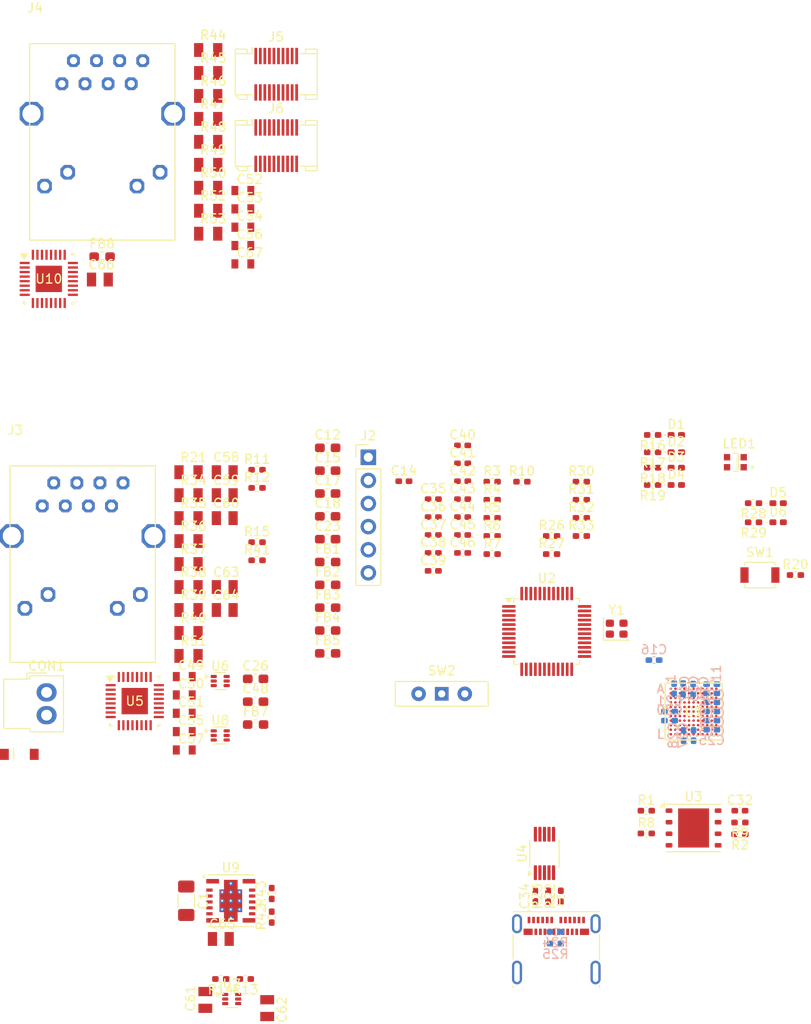
<source format=kicad_pcb>
(kicad_pcb (version 20241229) (generator "pcbnew") (generator_version "9.0")
  (layers (0 "F.Cu" signal) (2 "B.Cu" signal) (13 "F.Paste" user) (15 "B.Paste" user) (5 "F.SilkS" user "F.Silkscreen") (7 "B.SilkS" user "B.Silkscreen") (1 "F.Mask" user) (3 "B.Mask" user) (25 "Edge.Cuts" user))
  (net 0 "")
  (net 1 "GND")
  (net 2 "+1V8_{AUXA}")
  (net 3 "+1V8_{AUX}")
  (net 4 "+1V")
  (net 5 "+1V8_{ADC}")
  (net 6 "+3V3")
  (net 7 "Net-(U2-VCCA)")
  (net 8 "Net-(U2-VCCCORE)")
  (net 9 "Net-(U2-VPHY)")
  (net 10 "Net-(U2-VPLL)")
  (net 11 "Net-(U2-~{RESET})")
  (net 12 "Net-(U2-XCSI)")
  (net 13 "LED1")
  (net 14 "Net-(D1-K)")
  (net 15 "LED2")
  (net 16 "Net-(D2-K)")
  (net 17 "LED3")
  (net 18 "Net-(D3-K)")
  (net 19 "Net-(D4-K)")
  (net 20 "LED4")
  (net 21 "Net-(D5-K)")
  (net 22 "Net-(D6-K)")
  (net 23 "+1V8")
  (net 24 "+12V")
  (net 27 "Net-(J1-D--PadA7)")
  (net 29 "Net-(J1-D+-PadA6)")
  (net 32 "Net-(J1-CC1)")
  (net 35 "Net-(J1-CC2)")
  (net 39 "JTAG_TDI")
  (net 40 "JTAG_TDO")
  (net 41 "JTAG_TCK")
  (net 42 "JTAG_TMS")
  (net 43 "+5V")
  (net 45 "LED_FC")
  (net 46 "FLASH_~{CS}")
  (net 47 "FLASH_CLK")
  (net 48 "Net-(SW2-C)")
  (net 49 "FLASH_D2")
  (net 50 "FLASH_D3")
  (net 51 "Net-(SW2-A)")
  (net 52 "SW1")
  (net 53 "Net-(U4-D-)")
  (net 54 "Net-(U4-D+)")
  (net 55 "Net-(U2-REF)")
  (net 56 "~{INIT}")
  (net 59 "DONE")
  (net 60 "~{PROGRAM}")
  (net 61 "JTAG_EN")
  (net 64 "Net-(J3-RXCT)")
  (net 89 "POWERGND")
  (net 103 "FLASH_MOSI")
  (net 128 "Net-(D7-PadA)")
  (net 134 "FLASH_MISO")
  (net 138 "Net-(J3-RD-)")
  (net 144 "Net-(J3-RD+)")
  (net 154 "USB_DP1")
  (net 161 "USB_DM1")
  (net 168 "USB_DP2")
  (net 169 "USB_DM2")
  (net 172 "Net-(J3-TD+)")
  (net 176 "Net-(J3-TD-)")
  (net 177 "Net-(U6-FB)")
  (net 178 "Net-(U7-FB)")
  (net 179 "Net-(U8-FB)")
  (net 180 "Net-(U5-INT_PWDN_N)")
  (net 181 "Net-(U5-COL_PHYAD0_MLED)")
  (net 182 "MAC1_RXD0")
  (net 183 "Net-(U5-RBIAS)")
  (net 184 "Net-(U9-FB)")
  (net 186 "MAC1_TXD2")
  (net 187 "MAC1_RXD2")
  (net 189 "MAC1_TXD0")
  (net 191 "MAC1_RXD3")
  (net 194 "MAC1_TXD1")
  (net 195 "MAC1_RXD1")
  (net 197 "MAC1_TXD3")
  (net 198 "Net-(U6-SW)")
  (net 200 "Net-(U7-SW)")
  (net 202 "Net-(U8-SW)")
  (net 208 "Net-(J4-RXCT)")
  (net 212 "Net-(J4-TD-)")
  (net 213 "Net-(J4-RD+)")
  (net 214 "Net-(J4-RD-)")
  (net 217 "Net-(J4-TD+)")
  (net 258 "Net-(U10-COL_PHYAD0_MLED)")
  (net 259 "Net-(U10-RBIAS)")
  (net 260 "Net-(U10-INT_PWDN_N)")
  (net 261 "MAC1_MDIO")
  (net 262 "MAC1_RXDV")
  (net 263 "MAC1_RXER")
  (net 264 "MAC1_LINK")
  (net 265 "MAC1_TXEN")
  (net 266 "MAC1_~{RST}")
  (net 267 "MAC1_CLK25")
  (net 268 "MAC1_RXCLK")
  (net 269 "MAC1_MDC")
  (footprint "Passive_Robotech:1608-C" (layer "F.Cu") (at 98.0785 104.263)
    (property "Reference" "C49" (at -0.8 -0.65 0) (layer "F.SilkS") (effects (font (thickness 0.1524)) (justify left bottom)))
    (property "Value" "0.1u")
    (pad "1" smd rect (at -0.875 0 90) (size 1.016 0.762) (layers "F.Cu" "F.Mask" "F.Paste") (net 23 "+1V8"))
    (pad "2" smd rect (at 0.875 0) (size 0.762 1.016) (layers "F.Cu" "F.Mask" "F.Paste") (net 1 "GND"))
  )
  (footprint "LED_SMD:LED_0402_1005Metric_Pad0.77x0.64mm_HandSolder" (layer "F.Cu") (at 152.2 83.2)
    (property "Reference" "D4" (at 0 -1.17 0) (layer "F.SilkS"))
    (property "Value" "BLUE")
    (pad "1" smd roundrect (at -0.5725 0) (size 0.765 0.64) (layers "F.Cu" "F.Mask" "F.Paste") (net 19 "Net-(D4-K)"))
    (pad "2" smd roundrect (at 0.5725 0) (size 0.765 0.64) (layers "F.Cu" "F.Mask" "F.Paste") (net 6 "+3V3"))
  )
  (footprint "Capacitor_SMD:C_0402_1005Metric_Pad0.74x0.62mm_HandSolder" (layer "F.Cu") (at 125.4676 92.6376)
    (property "Reference" "C39" (at 0 -1.16 0) (layer "F.SilkS"))
    (property "Value" "0.1u")
    (pad "1" smd roundrect (at -0.5675 0) (size 0.735 0.62) (layers "F.Cu" "F.Mask" "F.Paste") (net 8 "Net-(U2-VCCCORE)"))
    (pad "2" smd roundrect (at 0.5675 0) (size 0.735 0.62) (layers "F.Cu" "F.Mask" "F.Paste") (net 1 "GND"))
  )
  (footprint "Resistor_SMD:R_0402_1005Metric_Pad0.72x0.64mm_HandSolder" (layer "F.Cu") (at 141.7576 84.8276)
    (property "Reference" "R31" (at 0 -1.17 0) (layer "F.SilkS"))
    (property "Value" "4.7k")
    (pad "1" smd roundrect (at -0.5975 0) (size 0.715 0.64) (layers "F.Cu" "F.Mask" "F.Paste") (net 6 "+3V3"))
    (pad "2" smd roundrect (at 0.5975 0) (size 0.715 0.64) (layers "F.Cu" "F.Mask" "F.Paste") (net 56 "~{INIT}"))
  )
  (footprint "Passive_Robotech:1608-C" (layer "F.Cu") (at 104.525 52.852)
    (property "Reference" "C53" (at -0.8 -0.65 0) (layer "F.SilkS") (effects (font (thickness 0.1524)) (justify left bottom)))
    (property "Value" "0.01u")
    (pad "1" smd rect (at -0.875 0 90) (size 1.016 0.762) (layers "F.Cu" "F.Mask" "F.Paste") (net 23 "+1V8"))
    (pad "2" smd rect (at 0.875 0) (size 0.762 1.016) (layers "F.Cu" "F.Mask" "F.Paste") (net 1 "GND"))
  )
  (footprint "Capacitor_SMD:C_0402_1005Metric_Pad0.74x0.62mm_HandSolder" (layer "F.Cu") (at 128.6976 82.7876)
    (property "Reference" "C42" (at 0 -1.16 0) (layer "F.SilkS"))
    (property "Value" "0.1u")
    (pad "1" smd roundrect (at -0.5675 0) (size 0.735 0.62) (layers "F.Cu" "F.Mask" "F.Paste") (net 9 "Net-(U2-VPHY)"))
    (pad "2" smd roundrect (at 0.5675 0) (size 0.735 0.62) (layers "F.Cu" "F.Mask" "F.Paste") (net 1 "GND"))
  )
  (footprint "Inductor_SMD:L_0603_1608Metric_Pad1.05x0.95mm_HandSolder" (layer "F.Cu") (at 113.8576 96.6876)
    (property "Reference" "FB3" (at 0 -1.43 0) (layer "F.SilkS"))
    (property "Value" "120Ohm")
    (pad "1" smd roundrect (at -0.875 0) (size 1.05 0.95) (layers "F.Cu" "F.Mask" "F.Paste") (net 23 "+1V8"))
    (pad "2" smd roundrect (at 0.875 0) (size 1.05 0.95) (layers "F.Cu" "F.Mask" "F.Paste") (net 5 "+1V8_{ADC}"))
  )
  (footprint "Inductor_SMD:L_0603_1608Metric_Pad1.05x0.95mm_HandSolder" (layer "F.Cu") (at 113.8576 94.1776)
    (property "Reference" "FB2" (at 0 -1.43 0) (layer "F.SilkS"))
    (property "Value" "120Ohm")
    (pad "1" smd roundrect (at -0.875 0) (size 1.05 0.95) (layers "F.Cu" "F.Mask" "F.Paste") (net 23 "+1V8"))
    (pad "2" smd roundrect (at 0.875 0) (size 1.05 0.95) (layers "F.Cu" "F.Mask" "F.Paste") (net 3 "+1V8_{AUX}"))
  )
  (footprint "Resistor_SMD:R_0402_1005Metric_Pad0.72x0.64mm_HandSolder" (layer "F.Cu") (at 107.7 130.7 90)
    (property "Reference" "R42" (at 0 -1.17 90) (layer "F.SilkS"))
    (property "Value" "10k")
    (pad "1" smd roundrect (at -0.5975 0 90) (size 0.715 0.64) (layers "F.Cu" "F.Mask" "F.Paste") (net 43 "+5V"))
    (pad "2" smd roundrect (at 0.5975 0 90) (size 0.715 0.64) (layers "F.Cu" "F.Mask" "F.Paste") (net 184 "Net-(U9-FB)"))
  )
  (footprint "Passive_Robotech:2012-R" (layer "F.Cu") (at 100.7147 40.438)
    (property "Reference" "R46" (at -1 -1.0528 0) (layer "F.SilkS") (effects (font (thickness 0.1524)) (justify left bottom)))
    (property "Value" "4.87k")
    (pad "1" smd rect (at -1.0477 0) (size 1.016 1.524) (layers "F.Cu" "F.Mask" "F.Paste") (net 1 "GND"))
    (pad "2" smd rect (at 1.0476 0) (size 1.016 1.524) (layers "F.Cu" "F.Mask" "F.Paste") (net 259 "Net-(U10-RBIAS)"))
  )
  (footprint "Capacitor_SMD:C_0402_1005Metric_Pad0.74x0.62mm_HandSolder" (layer "F.Cu") (at 128.6976 88.6976)
    (property "Reference" "C45" (at 0 -1.16 0) (layer "F.SilkS"))
    (property "Value" "0.1u")
    (pad "1" smd roundrect (at -0.5675 0) (size 0.735 0.62) (layers "F.Cu" "F.Mask" "F.Paste") (net 1 "GND"))
    (pad "2" smd roundrect (at 0.5675 0) (size 0.735 0.62) (layers "F.Cu" "F.Mask" "F.Paste") (net 6 "+3V3"))
  )
  (footprint "Capacitor_SMD:C_0603_1608Metric_Pad1.08x0.95mm_HandSolder" (layer "F.Cu") (at 113.8576 89.1576)
    (property "Reference" "C23" (at 0 -1.43 0) (layer "F.SilkS"))
    (property "Value" "10u")
    (pad "1" smd roundrect (at -0.8625 0) (size 1.075 0.95) (layers "F.Cu" "F.Mask" "F.Paste") (net 5 "+1V8_{ADC}"))
    (pad "2" smd roundrect (at 0.8625 0) (size 1.075 0.95) (layers "F.Cu" "F.Mask" "F.Paste") (net 1 "GND"))
  )
  (footprint "Resistor_SMD:R_0402_1005Metric_Pad0.72x0.64mm_HandSolder" (layer "F.Cu") (at 135.2176 82.8376)
    (property "Reference" "R10" (at 0 -1.17 0) (layer "F.SilkS"))
    (property "Value" "4.7k")
    (pad "1" smd roundrect (at -0.5975 0) (size 0.715 0.64) (layers "F.Cu" "F.Mask" "F.Paste") (net 51 "Net-(SW2-A)"))
    (pad "2" smd roundrect (at 0.5975 0) (size 0.715 0.64) (layers "F.Cu" "F.Mask" "F.Paste") (net 1 "GND"))
  )
  (footprint "Passive_Robotech:2012-C" (layer "F.Cu") (at 107.2 140.7 -90)
    (property "Reference" "C62" (at -1.381 -1.0528 90) (layer "F.SilkS") (effects (font (thickness 0.1524)) (justify right top)))
    (property "Value" "10u")
    (pad "1" smd rect (at -0.9207 0 270) (size 1.016 1.524) (layers "F.Cu" "F.Mask" "F.Paste") (net 6 "+3V3"))
    (pad "2" smd rect (at 0.9206 0 270) (size 1.016 1.524) (layers "F.Cu" "F.Mask" "F.Paste") (net 1 "GND"))
  )
  (footprint "Passive_Robotech:2012-R" (layer "F.Cu") (at 98.5482 86.845)
    (property "Reference" "R35" (at -1 -1.0528 0) (layer "F.SilkS") (effects (font (thickness 0.1524)) (justify left bottom)))
    (property "Value" "2.49k")
    (pad "1" smd rect (at -1.0477 0) (size 1.016 1.524) (layers "F.Cu" "F.Mask" "F.Paste") (net 182 "MAC1_RXD0"))
    (pad "2" smd rect (at 1.0476 0) (size 1.016 1.524) (layers "F.Cu" "F.Mask" "F.Paste") (net 23 "+1V8"))
  )
  (footprint "Capacitor_SMD:C_0402_1005Metric_Pad0.74x0.62mm_HandSolder" (layer "F.Cu") (at 128.6976 80.8176)
    (property "Reference" "C41" (at 0 -1.16 0) (layer "F.SilkS"))
    (property "Value" "0.1u")
    (pad "1" smd roundrect (at -0.5675 0) (size 0.735 0.62) (layers "F.Cu" "F.Mask" "F.Paste") (net 1 "GND"))
    (pad "2" smd roundrect (at 0.5675 0) (size 0.735 0.62) (layers "F.Cu" "F.Mask" "F.Paste") (net 6 "+3V3"))
  )
  (footprint "Resistor_SMD:R_0402_1005Metric_Pad0.72x0.64mm_HandSolder" (layer "F.Cu") (at 165.3 93.1)
    (property "Reference" "R20" (at 0 -1.17 0) (layer "F.SilkS"))
    (property "Value" "4.7k")
    (pad "1" smd roundrect (at -0.5975 0) (size 0.715 0.64) (layers "F.Cu" "F.Mask" "F.Paste") (net 52 "SW1"))
    (pad "2" smd roundrect (at 0.5975 0) (size 0.715 0.64) (layers "F.Cu" "F.Mask" "F.Paste") (net 6 "+3V3"))
  )
  (footprint "Resistor_SMD:R_0402_1005Metric_Pad0.72x0.64mm_HandSolder" (layer "F.Cu") (at 131.9476 82.8376)
    (property "Reference" "R3" (at 0 -1.17 0) (layer "F.SilkS"))
    (property "Value" "4.7k")
    (pad "1" smd roundrect (at -0.5975 0) (size 0.715 0.64) (layers "F.Cu" "F.Mask" "F.Paste") (net 6 "+3V3"))
    (pad "2" smd roundrect (at 0.5975 0) (size 0.715 0.64) (layers "F.Cu" "F.Mask" "F.Paste") (net 39 "JTAG_TDI"))
  )
  (footprint "Button_Switch_THT:SW_Slide-03_Wuerth-WS-SLTV_10x2.5x6.4_P2.54mm" (layer "F.Cu") (at 126.3976 106.1576)
    (property "Reference" "SW2" (at 0 -2.54 0) (layer "F.SilkS"))
    (property "Value" "SW_SPDT")
    (pad "1" thru_hole rect (at 0 0) (size 1.5 1.5) (drill 0.8) (layers "*.Cu" "*.Mask") (net 51 "Net-(SW2-A)"))
    (pad "2" thru_hole circle (at -2.54 0) (size 1.6 1.6) (drill 0.8) (layers "*.Cu" "*.Mask") (net 61 "JTAG_EN"))
    (pad "3" thru_hole circle (at 2.54 0) (size 1.6 1.6) (drill 0.8) (layers "*.Cu" "*.Mask") (net 48 "Net-(SW2-C)"))
  )
  (footprint "Connector_Robotech:RJLD260TC1" (layer "F.Cu") (at 80.5525 96.7585)
    (property "Reference" "J3" (at -2 -19 0) (layer "F.SilkS") (effects (font (thickness 0.1524)) (justify left bottom)))
    (property "Value" "RJLD260TC1")
    (pad "" np_thru_hole circle (at 0.635 -4.9) (size 3.2 3.2) (drill 3.2) (layers "*.Cu" "*.Mask"))
    (pad "" np_thru_hole circle (at 12.065 -4.9) (size 3.2 3.2) (drill 3.2) (layers "*.Cu" "*.Mask"))
    (pad "1" thru_hole roundrect (at 1.905 -11.25) (size 1.4 1.4) (drill 0.8) (layers "*.Cu" "*.Mask") (roundrect_rratio 0) (chamfer_ratio 0.25) (chamfer top_left top_right bottom_left bottom_right) (net 172 "Net-(J3-TD+)"))
    (pad "2" thru_hole roundrect (at 3.175 -13.79) (size 1.4 1.4) (drill 0.8) (layers "*.Cu" "*.Mask") (roundrect_rratio 0) (chamfer_ratio 0.25) (chamfer top_left top_right bottom_left bottom_right) (net 176 "Net-(J3-TD-)"))
    (pad "3" thru_hole roundrect (at 4.445 -11.25) (size 1.4 1.4) (drill 0.8) (layers "*.Cu" "*.Mask") (roundrect_rratio 0) (chamfer_ratio 0.25) (chamfer top_left top_right bottom_left bottom_right) (net 144 "Net-(J3-RD+)"))
    (pad "4" thru_hole roundrect (at 5.715 -13.79) (size 1.4 1.4) (drill 0.8) (layers "*.Cu" "*.Mask") (roundrect_rratio 0) (chamfer_ratio 0.25) (chamfer top_left top_right bottom_left bottom_right) (net 64 "Net-(J3-RXCT)"))
    (pad "5" thru_hole roundrect (at 6.985 -11.25) (size 1.4 1.4) (drill 0.8) (layers "*.Cu" "*.Mask") (roundrect_rratio 0) (chamfer_ratio 0.25) (chamfer top_left top_right bottom_left bottom_right) (net 64 "Net-(J3-RXCT)"))
    (pad "6" thru_hole roundrect (at 8.255 -13.79) (size 1.4 1.4) (drill 0.8) (layers "*.Cu" "*.Mask") (roundrect_rratio 0) (chamfer_ratio 0.25) (chamfer top_left top_right bottom_left bottom_right) (net 138 "Net-(J3-RD-)"))
    (pad "7" thru_hole roundrect (at 9.525 -11.25) (size 1.4 1.4) (drill 0.8) (layers "*.Cu" "*.Mask") (roundrect_rratio 0) (chamfer_ratio 0.25) (chamfer top_left top_right bottom_left bottom_right))
    (pad "8" thru_hole roundrect (at 10.795 -13.79) (size 1.4 1.4) (drill 0.8) (layers "*.Cu" "*.Mask") (roundrect_rratio 0) (chamfer_ratio 0.25) (chamfer top_left top_right bottom_left bottom_right) (net 89 "POWERGND"))
    (pad "9" thru_hole roundrect (at 0 0) (size 1.6 1.6) (drill 1) (layers "*.Cu" "*.Mask") (roundrect_rratio 0) (chamfer_ratio 0.25) (chamfer top_left top_right bottom_left bottom_right))
    (pad "10" thru_hole roundrect (at 2.54 -1.52) (size 1.6 1.6) (drill 1) (layers "*.Cu" "*.Mask") (roundrect_rratio 0) (chamfer_ratio 0.25) (chamfer top_left top_right bottom_left bottom_right))
    (pad "11" thru_hole roundrect (at 10.16 0) (size 1.6 1.6) (drill 1) (layers "*.Cu" "*.Mask") (roundrect_rratio 0) (chamfer_ratio 0.25) (chamfer top_left top_right bottom_left bottom_right))
    (pad "12" thru_hole roundrect (at 12.7 -1.52) (size 1.6 1.6) (drill 1) (layers "*.Cu" "*.Mask") (roundrect_rratio 0) (chamfer_ratio 0.25) (chamfer top_left top_right bottom_left bottom_right))
    (pad "SHIELD1" thru_hole roundrect (at -1.44 -7.95) (size 2.6 2.6) (drill 2) (layers "*.Cu" "*.Mask") (roundrect_rratio 0) (chamfer_ratio 0.25) (chamfer top_left top_right bottom_left bottom_right) (net 89 "POWERGND"))
    (pad "SHIELD2" thru_hole roundrect (at 14.14 -7.95) (size 2.6 2.6) (drill 2) (layers "*.Cu" "*.Mask") (roundrect_rratio 0) (chamfer_ratio 0.25) (chamfer top_left top_right bottom_left bottom_right) (net 89 "POWERGND"))
  )
  (footprint "Passive_Robotech:2012-R" (layer "F.Cu") (at 98.5482 99.465)
    (property "Reference" "R40" (at -1 -1.0528 0) (layer "F.SilkS") (effects (font (thickness 0.1524)) (justify left bottom)))
    (property "Value" "49.9")
    (pad "1" smd rect (at -1.0477 0) (size 1.016 1.524) (layers "F.Cu" "F.Mask" "F.Paste") (net 64 "Net-(J3-RXCT)"))
    (pad "2" smd rect (at 1.0476 0) (size 1.016 1.524) (layers "F.Cu" "F.Mask" "F.Paste") (net 172 "Net-(J3-TD+)"))
  )
  (footprint "Diode_Robotech:WS2812C-2020" (layer "F.Cu") (at 158.7 80.7)
    (property "Reference" "LED1" (at -1.515 -1.456069 0) (layer "F.SilkS") (effects (font (thickness 0.1524)) (justify left bottom)))
    (property "Value" "~")
    (pad "1" smd rect (at 0.915 0.55) (size 0.7 0.7) (layers "F.Cu" "F.Mask" "F.Paste"))
    (pad "2" smd rect (at 0.915 -0.55) (size 0.7 0.7) (layers "F.Cu" "F.Mask" "F.Paste") (net 1 "GND"))
    (pad "3" smd rect (at -0.915 -0.55) (size 0.7 0.7) (layers "F.Cu" "F.Mask" "F.Paste") (net 45 "LED_FC"))
    (pad "4" smd rect (at -0.915 0.55) (size 0.7 0.7) (layers "F.Cu" "F.Mask" "F.Paste") (net 43 "+5V"))
  )
  (footprint "Passive_Robotech:2012-C" (layer "F.Cu") (at 102.5312 81.797)
    (property "Reference" "C58" (at -1.381 -1.0528 0) (layer "F.SilkS") (effects (font (thickness 0.1524)) (justify left bottom)))
    (property "Value" "10u")
    (pad "1" smd rect (at -0.9207 0) (size 1.016 1.524) (layers "F.Cu" "F.Mask" "F.Paste") (net 23 "+1V8"))
    (pad "2" smd rect (at 0.9206 0) (size 1.016 1.524) (layers "F.Cu" "F.Mask" "F.Paste") (net 1 "GND"))
  )
  (footprint "Resistor_SMD:R_0402_1005Metric_Pad0.72x0.64mm_HandSolder" (layer "F.Cu") (at 148.9 121.5)
    (property "Reference" "R8" (at 0 -1.17 0) (layer "F.SilkS"))
    (property "Value" "4.7k")
    (pad "1" smd roundrect (at -0.5975 0) (size 0.715 0.64) (layers "F.Cu" "F.Mask" "F.Paste") (net 6 "+3V3"))
    (pad "2" smd roundrect (at 0.5975 0) (size 0.715 0.64) (layers "F.Cu" "F.Mask" "F.Paste") (net 49 "FLASH_D2"))
  )
  (footprint "LED_SMD:LED_0402_1005Metric_Pad0.77x0.64mm_HandSolder" (layer "F.Cu") (at 163.4 87.3)
    (property "Reference" "D6" (at 0 -1.17 0) (layer "F.SilkS"))
    (property "Value" "GRN")
    (pad "1" smd roundrect (at -0.5725 0) (size 0.765 0.64) (layers "F.Cu" "F.Mask" "F.Paste") (net 22 "Net-(D6-K)"))
    (pad "2" smd roundrect (at 0.5725 0) (size 0.765 0.64) (layers "F.Cu" "F.Mask" "F.Paste") (net 6 "+3V3"))
  )
  (footprint "Passive_Robotech:2012-R" (layer "F.Cu") (at 100.7147 53.058)
    (property "Reference" "R52" (at -1 -1.0528 0) (layer "F.SilkS") (effects (font (thickness 0.1524)) (justify left bottom)))
    (property "Value" "2.2k")
    (pad "1" smd rect (at -1.0477 0) (size 1.016 1.524) (layers "F.Cu" "F.Mask" "F.Paste") (net 261 "MAC1_MDIO"))
    (pad "2" smd rect (at 1.0476 0) (size 1.016 1.524) (layers "F.Cu" "F.Mask" "F.Paste") (net 23 "+1V8"))
  )
  (footprint "Capacitor_SMD:C_0603_1608Metric_Pad1.08x0.95mm_HandSolder" (layer "F.Cu") (at 105.9275 107.02)
    (property "Reference" "C48" (at 0 -1.43 0) (layer "F.SilkS"))
    (property "Value" "10u")
    (pad "1" smd roundrect (at -0.8625 0) (size 1.075 0.95) (layers "F.Cu" "F.Mask" "F.Paste") (net 6 "+3V3"))
    (pad "2" smd roundrect (at 0.8625 0) (size 1.075 0.95) (layers "F.Cu" "F.Mask" "F.Paste") (net 1 "GND"))
  )
  (footprint "Passive_Robotech:2012-C" (layer "F.Cu") (at 102.1 133.1)
    (property "Reference" "C65" (at -1.381 -1.0528 0) (layer "F.SilkS") (effects (font (thickness 0.1524)) (justify left bottom)))
    (property "Value" "10u")
    (pad "1" smd rect (at -0.9207 0) (size 1.016 1.524) (layers "F.Cu" "F.Mask" "F.Paste") (net 43 "+5V"))
    (pad "2" smd rect (at 0.9206 0) (size 1.016 1.524) (layers "F.Cu" "F.Mask" "F.Paste") (net 1 "GND"))
  )
  (footprint "Package_TO_SOT_SMD:SOT-563" (layer "F.Cu") (at 102.0325 110.73)
    (property "Reference" "U8" (at 0 -1.65 0) (layer "F.SilkS"))
    (property "Value" "TLV62569ADRL")
    (pad "1" smd roundrect (at -0.7125 -0.5) (size 0.675 0.35) (layers "F.Cu" "F.Mask" "F.Paste") (net 179 "Net-(U8-FB)"))
    (pad "2" smd roundrect (at -0.7125 0) (size 0.675 0.35) (layers "F.Cu" "F.Mask" "F.Paste") (net 1 "GND"))
    (pad "3" smd roundrect (at -0.7125 0.5) (size 0.675 0.35) (layers "F.Cu" "F.Mask" "F.Paste") (net 43 "+5V"))
    (pad "4" smd roundrect (at 0.7125 0.5) (size 0.675 0.35) (layers "F.Cu" "F.Mask" "F.Paste") (net 202 "Net-(U8-SW)"))
    (pad "5" smd roundrect (at 0.7125 0) (size 0.675 0.35) (layers "F.Cu" "F.Mask" "F.Paste") (net 43 "+5V"))
    (pad "6" smd roundrect (at 0.7125 -0.5) (size 0.675 0.35) (layers "F.Cu" "F.Mask" "F.Paste"))
  )
  (footprint "Connector_Molex:Molex_SlimStack_52991-0208_2x10_P0.50mm_Vertical" (layer "F.Cu") (at 108.194 45.903)
    (property "Reference" "J6" (at 0 -4.1 0) (layer "F.SilkS"))
    (property "Value" "Conn_02x10_Odd_Even")
    (pad "1" smd rect (at -2.25 -2) (size 0.3 1.8) (layers "F.Cu" "F.Mask" "F.Paste"))
    (pad "2" smd rect (at -2.25 2) (size 0.3 1.8) (layers "F.Cu" "F.Mask" "F.Paste"))
    (pad "3" smd rect (at -1.75 -2) (size 0.3 1.8) (layers "F.Cu" "F.Mask" "F.Paste"))
    (pad "4" smd rect (at -1.75 2) (size 0.3 1.8) (layers "F.Cu" "F.Mask" "F.Paste"))
    (pad "5" smd rect (at -1.25 -2) (size 0.3 1.8) (layers "F.Cu" "F.Mask" "F.Paste"))
    (pad "6" smd rect (at -1.25 2) (size 0.3 1.8) (layers "F.Cu" "F.Mask" "F.Paste"))
    (pad "7" smd rect (at -0.75 -2) (size 0.3 1.8) (layers "F.Cu" "F.Mask" "F.Paste"))
    (pad "8" smd rect (at -0.75 2) (size 0.3 1.8) (layers "F.Cu" "F.Mask" "F.Paste"))
    (pad "9" smd rect (at -0.25 -2) (size 0.3 1.8) (layers "F.Cu" "F.Mask" "F.Paste"))
    (pad "10" smd rect (at -0.25 2) (size 0.3 1.8) (layers "F.Cu" "F.Mask" "F.Paste"))
    (pad "11" smd rect (at 0.25 -2) (size 0.3 1.8) (layers "F.Cu" "F.Mask" "F.Paste"))
    (pad "12" smd rect (at 0.25 2) (size 0.3 1.8) (layers "F.Cu" "F.Mask" "F.Paste"))
    (pad "13" smd rect (at 0.75 -2) (size 0.3 1.8) (layers "F.Cu" "F.Mask" "F.Paste"))
    (pad "14" smd rect (at 0.75 2) (size 0.3 1.8) (layers "F.Cu" "F.Mask" "F.Paste"))
    (pad "15" smd rect (at 1.25 -2) (size 0.3 1.8) (layers "F.Cu" "F.Mask" "F.Paste"))
    (pad "16" smd rect (at 1.25 2) (size 0.3 1.8) (layers "F.Cu" "F.Mask" "F.Paste"))
    (pad "17" smd rect (at 1.75 -2) (size 0.3 1.8) (layers "F.Cu" "F.Mask" "F.Paste"))
    (pad "18" smd rect (at 1.75 2) (size 0.3 1.8) (layers "F.Cu" "F.Mask" "F.Paste"))
    (pad "19" smd rect (at 2.25 -2) (size 0.3 1.8) (layers "F.Cu" "F.Mask" "F.Paste"))
    (pad "20" smd rect (at 2.25 2) (size 0.3 1.8) (layers "F.Cu" "F.Mask" "F.Paste"))
  )
  (footprint "Package_TO_SOT_SMD:SOT-563" (layer "F.Cu") (at 102.0325 104.75)
    (property "Reference" "U6" (at 0 -1.65 0) (layer "F.SilkS"))
    (property "Value" "TLV62569ADRL")
    (pad "1" smd roundrect (at -0.7125 -0.5) (size 0.675 0.35) (layers "F.Cu" "F.Mask" "F.Paste") (net 177 "Net-(U6-FB)"))
    (pad "2" smd roundrect (at -0.7125 0) (size 0.675 0.35) (layers "F.Cu" "F.Mask" "F.Paste") (net 1 "GND"))
    (pad "3" smd roundrect (at -0.7125 0.5) (size 0.675 0.35) (layers "F.Cu" "F.Mask" "F.Paste") (net 43 "+5V"))
    (pad "4" smd roundrect (at 0.7125 0.5) (size 0.675 0.35) (layers "F.Cu" "F.Mask" "F.Paste") (net 198 "Net-(U6-SW)"))
    (pad "5" smd roundrect (at 0.7125 0) (size 0.675 0.35) (layers "F.Cu" "F.Mask" "F.Paste") (net 43 "+5V"))
    (pad "6" smd roundrect (at 0.7125 -0.5) (size 0.675 0.35) (layers "F.Cu" "F.Mask" "F.Paste"))
  )
  (footprint "Passive_Robotech:1608-C" (layer "F.Cu") (at 98.0785 110.311)
    (property "Reference" "C55" (at -0.8 -0.65 0) (layer "F.SilkS") (effects (font (thickness 0.1524)) (justify left bottom)))
    (property "Value" "22n")
    (pad "1" smd rect (at -0.875 0 90) (size 1.016 0.762) (layers "F.Cu" "F.Mask" "F.Paste") (net 64 "Net-(J3-RXCT)"))
    (pad "2" smd rect (at 0.875 0) (size 0.762 1.016) (layers "F.Cu" "F.Mask" "F.Paste") (net 89 "POWERGND"))
  )
  (footprint "Passive_Robotech:2012-R" (layer "F.Cu") (at 100.7147 48.01)
    (property "Reference" "R49" (at -1 -1.0528 0) (layer "F.SilkS") (effects (font (thickness 0.1524)) (justify left bottom)))
    (property "Value" "49.9")
    (pad "1" smd rect (at -1.0477 0) (size 1.016 1.524) (layers "F.Cu" "F.Mask" "F.Paste") (net 208 "Net-(J4-RXCT)"))
    (pad "2" smd rect (at 1.0476 0) (size 1.016 1.524) (layers "F.Cu" "F.Mask" "F.Paste") (net 213 "Net-(J4-RD+)"))
  )
  (footprint "Resistor_SMD:R_0402_1005Metric_Pad0.72x0.64mm_HandSolder" (layer "F.Cu") (at 139.5 128.4 90)
    (property "Reference" "R22" (at 0 -1.17 90) (layer "F.SilkS"))
    (property "Value" "22")
    (pad "1" smd roundrect (at -0.5975 0 90) (size 0.715 0.64) (layers "F.Cu" "F.Mask" "F.Paste") (net 27 "Net-(J1-D--PadA7)"))
    (pad "2" smd roundrect (at 0.5975 0 90) (size 0.715 0.64) (layers "F.Cu" "F.Mask" "F.Paste") (net 53 "Net-(U4-D-)"))
  )
  (footprint "Passive_Robotech:2012-C" (layer "F.Cu") (at 102.5312 94.417)
    (property "Reference" "C63" (at -1.381 -1.0528 0) (layer "F.SilkS") (effects (font (thickness 0.1524)) (justify left bottom)))
    (property "Value" "4.7u")
    (pad "1" smd rect (at -0.9207 0) (size 1.016 1.524) (layers "F.Cu" "F.Mask" "F.Paste") (net 43 "+5V"))
    (pad "2" smd rect (at 0.9206 0) (size 1.016 1.524) (layers "F.Cu" "F.Mask" "F.Paste") (net 1 "GND"))
  )
  (footprint "Resistor_SMD:R_0402_1005Metric_Pad0.72x0.64mm_HandSolder" (layer "F.Cu") (at 160.7 87.3 180)
    (property "Reference" "R29" (at 0 -1.17 0) (layer "F.SilkS"))
    (property "Value" "1k")
    (pad "1" smd roundrect (at -0.5975 0 180) (size 0.715 0.64) (layers "F.Cu" "F.Mask" "F.Paste") (net 22 "Net-(D6-K)"))
    (pad "2" smd roundrect (at 0.5975 0 180) (size 0.715 0.64) (layers "F.Cu" "F.Mask" "F.Paste"))
  )
  (footprint "Passive_Robotech:2012-R" (layer "F.Cu") (at 100.7147 50.534)
    (property "Reference" "R50" (at -1 -1.0528 0) (layer "F.SilkS") (effects (font (thickness 0.1524)) (justify left bottom)))
    (property "Value" "49.9")
    (pad "1" smd rect (at -1.0477 0) (size 1.016 1.524) (layers "F.Cu" "F.Mask" "F.Paste") (net 208 "Net-(J4-RXCT)"))
    (pad "2" smd rect (at 1.0476 0) (size 1.016 1.524) (layers "F.Cu" "F.Mask" "F.Paste") (net 212 "Net-(J4-TD-)"))
  )
  (footprint "Resistor_SMD:R_0402_1005Metric_Pad0.72x0.64mm_HandSolder" (layer "F.Cu") (at 106.0875 89.49)
    (property "Reference" "R15" (at 0 -1.17 0) (layer "F.SilkS"))
    (property "Value" "66.5k")
    (pad "1" smd roundrect (at -0.5975 0) (size 0.715 0.64) (layers "F.Cu" "F.Mask" "F.Paste") (net 4 "+1V"))
    (pad "2" smd roundrect (at 0.5975 0) (size 0.715 0.64) (layers "F.Cu" "F.Mask" "F.Paste") (net 179 "Net-(U8-FB)"))
  )
  (footprint "Inductor_SMD:L_0603_1608Metric_Pad1.05x0.95mm_HandSolder" (layer "F.Cu") (at 113.8576 101.7076)
    (property "Reference" "FB5" (at 0 -1.43 0) (layer "F.SilkS"))
    (property "Value" "120Ohm")
    (pad "1" smd roundrect (at -0.875 0) (size 1.05 0.95) (layers "F.Cu" "F.Mask" "F.Paste") (net 9 "Net-(U2-VPHY)"))
    (pad "2" smd roundrect (at 0.875 0) (size 1.05 0.95) (layers "F.Cu" "F.Mask" "F.Paste") (net 6 "+3V3"))
  )
  (footprint "Resistor_SMD:R_0402_1005Metric_Pad0.72x0.64mm_HandSolder" (layer "F.Cu") (at 131.9476 84.8276)
    (property "Reference" "R4" (at 0 -1.17 0) (layer "F.SilkS"))
    (property "Value" "4.7k")
    (pad "1" smd roundrect (at -0.5975 0) (size 0.715 0.64) (layers "F.Cu" "F.Mask" "F.Paste") (net 6 "+3V3"))
    (pad "2" smd roundrect (at 0.5975 0) (size 0.715 0.64) (layers "F.Cu" "F.Mask" "F.Paste") (net 40 "JTAG_TDO"))
  )
  (footprint "Capacitor_SMD:C_0603_1608Metric_Pad1.08x0.95mm_HandSolder" (layer "F.Cu") (at 105.9275 104.51)
    (property "Reference" "C26" (at 0 -1.43 0) (layer "F.SilkS"))
    (property "Value" "10u")
    (pad "1" smd roundrect (at -0.8625 0) (size 1.075 0.95) (layers "F.Cu" "F.Mask" "F.Paste") (net 23 "+1V8"))
    (pad "2" smd roundrect (at 0.8625 0) (size 1.075 0.95) (layers "F.Cu" "F.Mask" "F.Paste") (net 1 "GND"))
  )
  (footprint "Resistor_SMD:R_0402_1005Metric_Pad0.72x0.64mm_HandSolder" (layer "F.Cu") (at 106.0875 91.48)
    (property "Reference" "R41" (at 0 -1.17 0) (layer "F.SilkS"))
    (property "Value" "100k")
    (pad "1" smd roundrect (at -0.5975 0) (size 0.715 0.64) (layers "F.Cu" "F.Mask" "F.Paste") (net 179 "Net-(U8-FB)"))
    (pad "2" smd roundrect (at 0.5975 0) (size 0.715 0.64) (layers "F.Cu" "F.Mask" "F.Paste") (net 1 "GND"))
  )
  (footprint "Inductor_SMD:L_0603_1608Metric_Pad1.05x0.95mm_HandSolder" (layer "F.Cu") (at 105.9275 109.53)
    (property "Reference" "FB7" (at 0 -1.43 0) (layer "F.SilkS"))
    (property "Value" "120Ohm")
    (pad "1" smd roundrect (at -0.875 0) (size 1.05 0.95) (layers "F.Cu" "F.Mask" "F.Paste") (net 64 "Net-(J3-RXCT)"))
    (pad "2" smd roundrect (at 0.875 0) (size 1.05 0.95) (layers "F.Cu" "F.Mask" "F.Paste") (net 23 "+1V8"))
  )
  (footprint "Connector_PinHeader_2.54mm:PinHeader_1x06_P2.54mm_Vertical" (layer "F.Cu") (at 118.3276 80.1576)
    (property "Reference" "J2" (at 0 -2.38 0) (layer "F.SilkS"))
    (property "Value" "Conn_01x06")
    (pad "1" thru_hole rect (at 0 0) (size 1.7 1.7) (drill 1) (layers "*.Cu" "*.Mask") (net 1 "GND"))
    (pad "2" thru_hole circle (at 0 2.54) (size 1.7 1.7) (drill 1) (layers "*.Cu" "*.Mask") (net 42 "JTAG_TMS"))
    (pad "3" thru_hole circle (at 0 5.08) (size 1.7 1.7) (drill 1) (layers "*.Cu" "*.Mask") (net 40 "JTAG_TDO"))
    (pad "4" thru_hole circle (at 0 7.62) (size 1.7 1.7) (drill 1) (layers "*.Cu" "*.Mask") (net 39 "JTAG_TDI"))
    (pad "5" thru_hole circle (at 0 10.16) (size 1.7 1.7) (drill 1) (layers "*.Cu" "*.Mask") (net 41 "JTAG_TCK"))
    (pad "6" thru_hole circle (at 0 12.7) (size 1.7 1.7) (drill 1) (layers "*.Cu" "*.Mask") (net 6 "+3V3"))
  )
  (footprint "Connector_USB:USB_C_Receptacle_Molex_105450-0101" (layer "F.Cu") (at 139 134.23)
    (property "Reference" "J1" (at 0 -5.315 0) (layer "F.SilkS"))
    (property "Value" "USB_C_Receptacle")
    (pad "A1" smd rect (at -3 -3.215) (size 0.3 0.7) (layers "F.Cu" "F.Mask" "F.Paste") (net 1 "GND"))
    (pad "A2" smd rect (at -2.5 -3.215) (size 0.3 0.7) (layers "F.Cu" "F.Mask" "F.Paste"))
    (pad "A3" smd rect (at -2 -3.215) (size 0.3 0.7) (layers "F.Cu" "F.Mask" "F.Paste"))
    (pad "A4" smd rect (at -1.5 -3.215) (size 0.3 0.7) (layers "F.Cu" "F.Mask" "F.Paste") (net 128 "Net-(D7-PadA)"))
    (pad "A5" smd rect (at -1 -3.215) (size 0.3 0.7) (layers "F.Cu" "F.Mask" "F.Paste") (net 32 "Net-(J1-CC1)"))
    (pad "A6" smd rect (at -0.5 -3.215) (size 0.3 0.7) (layers "F.Cu" "F.Mask" "F.Paste") (net 29 "Net-(J1-D+-PadA6)"))
    (pad "A7" smd rect (at 0.5 -3.215) (size 0.3 0.7) (layers "F.Cu" "F.Mask" "F.Paste") (net 27 "Net-(J1-D--PadA7)"))
    (pad "A8" smd rect (at 1 -3.215) (size 0.3 0.7) (layers "F.Cu" "F.Mask" "F.Paste"))
    (pad "A9" smd rect (at 1.5 -3.215) (size 0.3 0.7) (layers "F.Cu" "F.Mask" "F.Paste") (net 128 "Net-(D7-PadA)"))
    (pad "A10" smd rect (at 2 -3.215) (size 0.3 0.7) (layers "F.Cu" "F.Mask" "F.Paste"))
    (pad "A11" smd rect (at 2.5 -3.215) (size 0.3 0.7) (layers "F.Cu" "F.Mask" "F.Paste"))
    (pad "A12" smd rect (at 3 -3.215) (size 0.3 0.7) (layers "F.Cu" "F.Mask" "F.Paste") (net 1 "GND"))
    (pad "B1" smd rect (at 3.1 -1.915) (size 1 0.7) (layers "F.Cu" "F.Mask" "F.Paste") (net 1 "GND"))
    (pad "B2" smd rect (at 2.25 -1.915) (size 0.3 0.7) (layers "F.Cu" "F.Mask" "F.Paste"))
    (pad "B3" smd rect (at 1.75 -1.915) (size 0.3 0.7) (layers "F.Cu" "F.Mask" "F.Paste"))
    (pad "B4" smd rect (at 1.25 -1.915) (size 0.3 0.7) (layers "F.Cu" "F.Mask" "F.Paste") (net 128 "Net-(D7-PadA)"))
    (pad "B5" smd rect (at 0.75 -1.915) (size 0.3 0.7) (layers "F.Cu" "F.Mask" "F.Paste") (net 35 "Net-(J1-CC2)"))
    (pad "B6" smd rect (at 0.25 -1.915) (size 0.3 0.7) (layers "F.Cu" "F.Mask" "F.Paste") (net 29 "Net-(J1-D+-PadA6)"))
    (pad "B7" smd rect (at -0.25 -1.915) (size 0.3 0.7) (layers "F.Cu" "F.Mask" "F.Paste") (net 27 "Net-(J1-D--PadA7)"))
    (pad "B8" smd rect (at -0.75 -1.915) (size 0.3 0.7) (layers "F.Cu" "F.Mask" "F.Paste"))
    (pad "B9" smd rect (at -1.25 -1.915) (size 0.3 0.7) (layers "F.Cu" "F.Mask" "F.Paste") (net 128 "Net-(D7-PadA)"))
    (pad "B10" smd rect (at -1.75 -1.915) (size 0.3 0.7) (layers "F.Cu" "F.Mask" "F.Paste"))
    (pad "B11" smd rect (at -2.25 -1.915) (size 0.3 0.7) (layers "F.Cu" "F.Mask" "F.Paste"))
    (pad "B12" smd rect (at -3.1 -1.915) (size 1 0.7) (layers "F.Cu" "F.Mask" "F.Paste") (net 1 "GND"))
    (pad "S1" thru_hole oval (at -4.32 -2.805) (size 1.1 2.1) (drill oval 0.6 1.6) (property pad_prop_heatsink) (layers "*.Cu" "*.Mask") (net 1 "GND"))
    (pad "S1" thru_hole oval (at -4.32 2.555) (size 1.1 2.6) (drill oval 0.6 2.1) (property pad_prop_heatsink) (layers "*.Cu" "*.Mask") (net 1 "GND"))
    (pad "S1" thru_hole oval (at 4.32 -2.805) (size 1.1 2.1) (drill oval 0.6 1.6) (property pad_prop_heatsink) (layers "*.Cu" "*.Mask") (net 1 "GND"))
    (pad "S1" thru_hole oval (at 4.32 2.555) (size 1.1 2.6) (drill oval 0.6 2.1) (property pad_prop_heatsink) (layers "*.Cu" "*.Mask") (net 1 "GND"))
  )
  (footprint "Capacitor_SMD:C_0603_1608Metric_Pad1.08x0.95mm_HandSolder" (layer "F.Cu") (at 113.8576 81.6276)
    (property "Reference" "C15" (at 0 -1.43 0) (layer "F.SilkS"))
    (property "Value" "10u")
    (pad "1" smd roundrect (at -0.8625 0) (size 1.075 0.95) (layers "F.Cu" "F.Mask" "F.Paste") (net 4 "+1V"))
    (pad "2" smd roundrect (at 0.8625 0) (size 1.075 0.95) (layers "F.Cu" "F.Mask" "F.Paste") (net 1 "GND"))
  )
  (footprint "Passive_Robotech:2012-R" (layer "F.Cu") (at 98.5482 89.369)
    (property "Reference" "R36" (at -1 -1.0528 0) (layer "F.SilkS") (effects (font (thickness 0.1524)) (justify left bottom)))
    (property "Value" "4.87k")
    (pad "1" smd rect (at -1.0477 0) (size 1.016 1.524) (layers "F.Cu" "F.Mask" "F.Paste") (net 1 "GND"))
    (pad "2" smd rect (at 1.0476 0) (size 1.016 1.524) (layers "F.Cu" "F.Mask" "F.Paste") (net 183 "Net-(U5-RBIAS)"))
  )
  (footprint "Diode_Robotech:SOD-123" (layer "F.Cu") (at 79.9375 112.8085)
    (property "Reference" "D7" (hide yes))
    (property "Value" "~" (hide yes))
    (pad "A" smd rect (at 1.64 0) (size 0.97 1.22) (layers "F.Cu" "F.Mask" "F.Paste") (net 128 "Net-(D7-PadA)"))
    (pad "K" smd rect (at -1.64 0) (size 0.97 1.22) (layers "F.Cu" "F.Mask" "F.Paste") (net 43 "+5V"))
  )
  (footprint "Oscillator:Oscillator_SMD_SiT_PQFN-4Pin_2.0x1.6mm" (layer "F.Cu") (at 145.6426 98.9926)
    (property "Reference" "Y1" (at 0 -2.06 0) (layer "F.SilkS"))
    (property "Value" "SiT8008xx-7x-xxN")
    (pad "1" smd roundrect (at -0.75 0.6) (size 0.9 0.8) (layers "F.Cu" "F.Mask" "F.Paste"))
    (pad "2" smd roundrect (at 0.75 0.6) (size 0.9 0.8) (layers "F.Cu" "F.Mask" "F.Paste") (net 1 "GND"))
    (pad "3" smd roundrect (at 0.75 -0.6) (size 0.9 0.8) (layers "F.Cu" "F.Mask" "F.Paste") (net 12 "Net-(U2-XCSI)"))
    (pad "4" smd roundrect (at -0.75 -0.6) (size 0.9 0.8) (layers "F.Cu" "F.Mask" "F.Paste") (net 6 "+3V3"))
  )
  (footprint "Resistor_SMD:R_0402_1005Metric_Pad0.72x0.64mm_HandSolder" (layer "F.Cu") (at 160.7 85.2 180)
    (property "Reference" "R28" (at 0 -1.17 0) (layer "F.SilkS"))
    (property "Value" "1k")
    (pad "1" smd roundrect (at -0.5975 0 180) (size 0.715 0.64) (layers "F.Cu" "F.Mask" "F.Paste") (net 21 "Net-(D5-K)"))
    (pad "2" smd roundrect (at 0.5975 0 180) (size 0.715 0.64) (layers "F.Cu" "F.Mask" "F.Paste") (net 56 "~{INIT}"))
  )
  (footprint "Passive_Robotech:2012-C" (layer "F.Cu") (at 88.7977 60.62)
    (property "Reference" "C66" (at -1.381 -1.0528 0) (layer "F.SilkS") (effects (font (thickness 0.1524)) (justify left bottom)))
    (property "Value" "10u")
    (pad "1" smd rect (at -0.9207 0) (size 1.016 1.524) (layers "F.Cu" "F.Mask" "F.Paste") (net 23 "+1V8"))
    (pad "2" smd rect (at 0.9206 0) (size 1.016 1.524) (layers "F.Cu" "F.Mask" "F.Paste") (net 1 "GND"))
  )
  (footprint "Resistor_SMD:R_0402_1005Metric_Pad0.72x0.64mm_HandSolder" (layer "F.Cu") (at 131.9476 90.7976)
    (property "Reference" "R7" (at 0 -1.17 0) (layer "F.SilkS"))
    (property "Value" "1k")
    (pad "1" smd roundrect (at -0.5975 0) (size 0.715 0.64) (layers "F.Cu" "F.Mask" "F.Paste") (net 6 "+3V3"))
    (pad "2" smd roundrect (at 0.5975 0) (size 0.715 0.64) (layers "F.Cu" "F.Mask" "F.Paste") (net 48 "Net-(SW2-C)"))
  )
  (footprint "Resistor_SMD:R_0402_1005Metric_Pad0.72x0.64mm_HandSolder" (layer "F.Cu") (at 141.7576 88.8076)
    (property "Reference" "R33" (at 0 -1.17 0) (layer "F.SilkS"))
    (property "Value" "4.7k")
    (pad "1" smd roundrect (at -0.5975 0) (size 0.715 0.64) (layers "F.Cu" "F.Mask" "F.Paste") (net 6 "+3V3"))
    (pad "2" smd roundrect (at 0.5975 0) (size 0.715 0.64) (layers "F.Cu" "F.Mask" "F.Paste") (net 60 "~{PROGRAM}"))
  )
  (footprint "Resistor_SMD:R_0402_1005Metric_Pad0.72x0.64mm_HandSolder" (layer "F.Cu") (at 104.8 137.5 180)
    (property "Reference" "R13" (at 0 -1.17 0) (layer "F.SilkS"))
    (property "Value" "442k")
    (pad "1" smd roundrect (at -0.5975 0 180) (size 0.715 0.64) (layers "F.Cu" "F.Mask" "F.Paste") (net 6 "+3V3"))
    (pad "2" smd roundrect (at 0.5975 0 180) (size 0.715 0.64) (layers "F.Cu" "F.Mask" "F.Paste") (net 178 "Net-(U7-FB)"))
  )
  (footprint "Capacitor_SMD:C_0603_1608Metric_Pad1.08x0.95mm_HandSolder" (layer "F.Cu") (at 113.8576 79.1176)
    (property "Reference" "C12" (at 0 -1.43 0) (layer "F.SilkS"))
    (property "Value" "10u")
    (pad "1" smd roundrect (at -0.8625 0) (size 1.075 0.95) (layers "F.Cu" "F.Mask" "F.Paste") (net 2 "+1V8_{AUXA}"))
    (pad "2" smd roundrect (at 0.8625 0) (size 1.075 0.95) (layers "F.Cu" "F.Mask" "F.Paste") (net 1 "GND"))
  )
  (footprint "Resistor_SMD:R_0402_1005Metric_Pad0.72x0.64mm_HandSolder" (layer "F.Cu") (at 131.9476 86.8176)
    (property "Reference" "R5" (at 0 -1.17 0) (layer "F.SilkS"))
    (property "Value" "4.7k")
    (pad "1" smd roundrect (at -0.5975 0) (size 0.715 0.64) (layers "F.Cu" "F.Mask" "F.Paste") (net 6 "+3V3"))
    (pad "2" smd roundrect (at 0.5975 0) (size 0.715 0.64) (layers "F.Cu" "F.Mask" "F.Paste") (net 42 "JTAG_TMS"))
  )
  (footprint "Passive_Robotech:2012-R" (layer "F.Cu") (at 100.7147 37.914)
    (property "Reference" "R45" (at -1 -1.0528 0) (layer "F.SilkS") (effects (font (thickness 0.1524)) (justify left bottom)))
    (property "Value" "1.96k")
    (pad "1" smd rect (at -1.0477 0) (size 1.016 1.524) (layers "F.Cu" "F.Mask" "F.Paste") (net 1 "GND"))
    (pad "2" smd rect (at 1.0476 0) (size 1.016 1.524) (layers "F.Cu" "F.Mask" "F.Paste") (net 258 "Net-(U10-COL_PHYAD0_MLED)"))
  )
  (footprint "Passive_Robotech:2012-R" (layer "F.Cu") (at 98.5482 96.941)
    (property "Reference" "R39" (at -1 -1.0528 0) (layer "F.SilkS") (effects (font (thickness 0.1524)) (justify left bottom)))
    (property "Value" "49.9")
    (pad "1" smd rect (at -1.0477 0) (size 1.016 1.524) (layers "F.Cu" "F.Mask" "F.Paste") (net 64 "Net-(J3-RXCT)"))
    (pad "2" smd rect (at 1.0476 0) (size 1.016 1.524) (layers "F.Cu" "F.Mask" "F.Paste") (net 176 "Net-(J3-TD-)"))
  )
  (footprint "Resistor_SMD:R_0402_1005Metric_Pad0.72x0.64mm_HandSolder" (layer "F.Cu") (at 149.6 79.6 180)
    (property "Reference" "R17" (at 0 -1.17 0) (layer "F.SilkS"))
    (property "Value" "470")
    (pad "1" smd roundrect (at -0.5975 0 180) (size 0.715 0.64) (layers "F.Cu" "F.Mask" "F.Paste") (net 16 "Net-(D2-K)"))
    (pad "2" smd roundrect (at 0.5975 0 180) (size 0.715 0.64) (layers "F.Cu" "F.Mask" "F.Paste") (net 15 "LED2"))
  )
  (footprint "Capacitor_SMD:C_0402_1005Metric_Pad0.74x0.62mm_HandSolder" (layer "F.Cu") (at 122.2376 82.7876)
    (property "Reference" "C14" (at 0 -1.16 0) (layer "F.SilkS"))
    (property "Value" "0.1u")
    (pad "1" smd roundrect (at -0.5675 0) (size 0.735 0.62) (layers "F.Cu" "F.Mask" "F.Paste") (net 4 "+1V"))
    (pad "2" smd roundrect (at 0.5675 0) (size 0.735 0.62) (layers "F.Cu" "F.Mask" "F.Paste") (net 1 "GND"))
  )
  (footprint "Capacitor_SMD:C_1206_3216Metric_Pad1.33x1.80mm_HandSolder" (layer "F.Cu") (at 98.3 128.9 -90)
    (property "Reference" "C1" (at 0 -1.85 90) (layer "F.SilkS"))
    (property "Value" "22u")
    (pad "1" smd roundrect (at -1.5625 0 270) (size 1.325 1.8) (layers "F.Cu" "F.Mask" "F.Paste") (roundrect_rratio 0.188679) (net 24 "+12V"))
    (pad "2" smd roundrect (at 1.5625 0 270) (size 1.325 1.8) (layers "F.Cu" "F.Mask" "F.Paste") (roundrect_rratio 0.188679) (net 1 "GND"))
  )
  (footprint "Capacitor_SMD:C_0402_1005Metric_Pad0.74x0.62mm_HandSolder" (layer "F.Cu") (at 128.6976 86.7276)
    (property "Reference" "C44" (at 0 -1.16 0) (layer "F.SilkS"))
    (property "Value" "0.1u")
    (pad "1" smd roundrect (at -0.5675 0) (size 0.735 0.62) (layers "F.Cu" "F.Mask" "F.Paste") (net 11 "Net-(U2-~{RESET})"))
    (pad "2" smd roundrect (at 0.5675 0) (size 0.735 0.62) (layers "F.Cu" "F.Mask" "F.Paste") (net 1 "GND"))
  )
  (footprint "Resistor_SMD:R_0402_1005Metric_Pad0.72x0.64mm_HandSolder" (layer "F.Cu") (at 159.2 120.3 180)
    (property "Reference" "R9" (at 0 -1.17 0) (layer "F.SilkS"))
    (property "Value" "4.7k")
    (pad "1" smd roundrect (at -0.5975 0 180) (size 0.715 0.64) (layers "F.Cu" "F.Mask" "F.Paste") (net 6 "+3V3"))
    (pad "2" smd roundrect (at 0.5975 0 180) (size 0.715 0.64) (layers "F.Cu" "F.Mask" "F.Paste") (net 50 "FLASH_D3"))
  )
  (footprint "Passive_Robotech:2012-R" (layer "F.Cu") (at 98.5482 81.797)
    (property "Reference" "R21" (at -1 -1.0528 0) (layer "F.SilkS") (effects (font (thickness 0.1524)) (justify left bottom)))
    (property "Value" "10k")
    (pad "1" smd rect (at -1.0477 0) (size 1.016 1.524) (layers "F.Cu" "F.Mask" "F.Paste") (net 23 "+1V8"))
    (pad "2" smd rect (at 1.0476 0) (size 1.016 1.524) (layers "F.Cu" "F.Mask" "F.Paste") (net 180 "Net-(U5-INT_PWDN_N)"))
  )
  (footprint "Capacitor_SMD:C_0402_1005Metric_Pad0.74x0.62mm_HandSolder" (layer "F.Cu") (at 125.4676 88.6976)
    (property "Reference" "C37" (at 0 -1.16 0) (layer "F.SilkS"))
    (property "Value" "0.1u")
    (pad "1" smd roundrect (at -0.5675 0) (size 0.735 0.62) (layers "F.Cu" "F.Mask" "F.Paste") (net 6 "+3V3"))
    (pad "2" smd roundrect (at 0.5675 0) (size 0.735 0.62) (layers "F.Cu" "F.Mask" "F.Paste") (net 1 "GND"))
  )
  (footprint "Package_DFN_QFN:Texas_B3QFN-14-1EP_5x5.5mm_P0.65mm_ThermalVia" (layer "F.Cu") (at 103.2 128.9)
    (property "Reference" "U9" (at 0 -3.65 0) (layer "F.SilkS"))
    (property "Value" "TPSM53604RDA")
    (pad "1" smd roundrect (at -2 -2.145) (size 1.4 0.5) (layers "F.Cu" "F.Mask" "F.Paste") (roundrect_rratio 0.1) (net 24 "+12V"))
    (pad "2" smd roundrect (at -2.35 -1.17) (size 0.7 0.35) (layers "F.Cu" "F.Mask" "F.Paste") (roundrect_rratio 0.143) (net 24 "+12V"))
    (pad "3" smd roundrect (at -2.35 -0.52) (size 0.7 0.35) (layers "F.Cu" "F.Mask" "F.Paste") (roundrect_rratio 0.143) (net 1 "GND"))
    (pad "4" smd roundrect (at -2.35 0.13) (size 0.7 0.35) (layers "F.Cu" "F.Mask" "F.Paste") (roundrect_rratio 0.143))
    (pad "5" smd roundrect (at -2.35 0.78) (size 0.7 0.35) (layers "F.Cu" "F.Mask" "F.Paste") (roundrect_rratio 0.143))
    (pad "6" smd roundrect (at -2.35 1.43) (size 0.7 0.35) (layers "F.Cu" "F.Mask" "F.Paste") (roundrect_rratio 0.143))
    (pad "7" smd roundrect (at -2 2.155) (size 1.4 0.5) (layers "F.Cu" "F.Mask" "F.Paste") (roundrect_rratio 0.1) (net 43 "+5V"))
    (pad "8" smd roundrect (at 2 2.155) (size 1.4 0.5) (layers "F.Cu" "F.Mask" "F.Paste") (roundrect_rratio 0.1) (net 43 "+5V"))
    (pad "9" smd roundrect (at 2.35 1.43) (size 0.7 0.35) (layers "F.Cu" "F.Mask" "F.Paste") (roundrect_rratio 0.143) (net 184 "Net-(U9-FB)"))
    (pad "10" smd roundrect (at 2.35 0.78) (size 0.7 0.35) (layers "F.Cu" "F.Mask" "F.Paste") (roundrect_rratio 0.143) (net 1 "GND"))
    (pad "11" smd roundrect (at 2.35 0.13) (size 0.7 0.35) (layers "F.Cu" "F.Mask" "F.Paste") (roundrect_rratio 0.143) (net 1 "GND"))
    (pad "12" smd roundrect (at 2.35 -0.52) (size 0.7 0.35) (layers "F.Cu" "F.Mask" "F.Paste") (roundrect_rratio 0.143) (net 1 "GND"))
    (pad "13" smd roundrect (at 2.35 -1.17) (size 0.7 0.35) (layers "F.Cu" "F.Mask" "F.Paste") (roundrect_rratio 0.143))
    (pad "14" smd roundrect (at 2 -2.145) (size 1.4 0.5) (layers "F.Cu" "F.Mask" "F.Paste") (roundrect_rratio 0.1) (net 24 "+12V"))
    (pad "15" thru_hole circle (at -0.95 -0.95) (size 0.5 0.5) (drill 0.2) (layers "*.Cu" "*.Mask") (net 1 "GND"))
    (pad "15" thru_hole circle (at -0.95 0) (size 0.5 0.5) (drill 0.2) (layers "*.Cu" "*.Mask") (net 1 "GND"))
    (pad "15" thru_hole circle (at -0.95 0.95) (size 0.5 0.5) (drill 0.2) (layers "*.Cu" "*.Mask") (net 1 "GND"))
    (pad "15" thru_hole circle (at 0 -1.9) (size 0.5 0.5) (drill 0.2) (layers "*.Cu" "*.Mask") (net 1 "GND"))
    (pad "15" thru_hole circle (at 0 -0.95) (size 0.5 0.5) (drill 0.2) (layers "*.Cu" "*.Mask") (net 1 "GND"))
    (pad "15" thru_hole circle (at 0 0) (size 0.5 0.5) (drill 0.2) (layers "*.Cu" "*.Mask") (net 1 "GND"))
    (pad "15" smd custom (at 0 0) (size 2.5 2.5) (layers "F.Cu" "F.Mask") (net 1 "GND") (options (clearance outline) (anchor rect)) (primitives (gr_poly (pts (xy 0.75 -1.25) (xy -0.75 -1.25) (xy -0.75 -2.3) (xy 0.75 -2.3)) (width 0) (fill yes)) (gr_poly (pts (xy 0.75 2.3) (xy -0.75 2.3) (xy -0.75 1.25) (xy 0.75 1.25)) (width 0) (fill yes))))
    (pad "15" thru_hole circle (at 0 0.95) (size 0.5 0.5) (drill 0.2) (layers "*.Cu" "*.Mask") (net 1 "GND"))
    (pad "15" thru_hole circle (at 0 1.9) (size 0.5 0.5) (drill 0.2) (layers "*.Cu" "*.Mask") (net 1 "GND"))
    (pad "15" thru_hole circle (at 0.95 -0.95) (size 0.5 0.5) (drill 0.2) (layers "*.Cu" "*.Mask") (net 1 "GND"))
    (pad "15" thru_hole circle (at 0.95 0) (size 0.5 0.5) (drill 0.2) (layers "*.Cu" "*.Mask") (net 1 "GND"))
    (pad "15" thru_hole circle (at 0.95 0.95) (size 0.5 0.5) (drill 0.2) (layers "*.Cu" "*.Mask") (net 1 "GND"))
  )
  (footprint "LED_SMD:LED_0402_1005Metric_Pad0.77x0.64mm_HandSolder" (layer "F.Cu") (at 152.2 81.3)
    (property "Reference" "D3" (at 0 -1.17 0) (layer "F.SilkS"))
    (property "Value" "GRN")
    (pad "1" smd roundrect (at -0.5725 0) (size 0.765 0.64) (layers "F.Cu" "F.Mask" "F.Paste") (net 18 "Net-(D3-K)"))
    (pad "2" smd roundrect (at 0.5725 0) (size 0.765 0.64) (layers "F.Cu" "F.Mask" "F.Paste") (net 6 "+3V3"))
  )
  (footprint "Resistor_SMD:R_0402_1005Metric_Pad0.72x0.64mm_HandSolder" (layer "F.Cu") (at 149.6 77.7 180)
    (property "Reference" "R16" (at 0 -1.17 0) (layer "F.SilkS"))
    (property "Value" "470")
    (pad "1" smd roundrect (at -0.5975 0 180) (size 0.715 0.64) (layers "F.Cu" "F.Mask" "F.Paste") (net 14 "Net-(D1-K)"))
    (pad "2" smd roundrect (at 0.5975 0 180) (size 0.715 0.64) (layers "F.Cu" "F.Mask" "F.Paste") (net 13 "LED1"))
  )
  (footprint "Passive_Robotech:2012-R" (layer "F.Cu") (at 98.5482 91.893)
    (property "Reference" "R37" (at -1 -1.0528 0) (layer "F.SilkS") (effects (font (thickness 0.1524)) (justify left bottom)))
    (property "Value" "49.9")
    (pad "1" smd rect (at -1.0477 0) (size 1.016 1.524) (layers "F.Cu" "F.Mask" "F.Paste") (net 64 "Net-(J3-RXCT)"))
    (pad "2" smd rect (at 1.0476 0) (size 1.016 1.524) (layers "F.Cu" "F.Mask" "F.Paste") (net 138 "Net-(J3-RD-)"))
  )
  (footprint "Package_SON:WSON-8-1EP_6x5mm_P1.27mm_EP3.4x4.3mm" (layer "F.Cu") (at 154.1 120.9)
    (property "Reference" "U3" (at 0 -3.45 0) (layer "F.SilkS"))
    (property "Value" "W25Q128JVP")
    (pad "1" smd roundrect (at -2.7 -1.905) (size 0.75 0.5) (layers "F.Cu" "F.Mask" "F.Paste") (net 46 "FLASH_~{CS}"))
    (pad "2" smd roundrect (at -2.7 -0.635) (size 0.75 0.5) (layers "F.Cu" "F.Mask" "F.Paste") (net 134 "FLASH_MISO"))
    (pad "3" smd roundrect (at -2.7 0.635) (size 0.75 0.5) (layers "F.Cu" "F.Mask" "F.Paste") (net 49 "FLASH_D2"))
    (pad "4" smd roundrect (at -2.7 1.905) (size 0.75 0.5) (layers "F.Cu" "F.Mask" "F.Paste") (net 1 "GND"))
    (pad "5" smd roundrect (at 2.7 1.905) (size 0.75 0.5) (layers "F.Cu" "F.Mask" "F.Paste") (net 103 "FLASH_MOSI"))
    (pad "6" smd roundrect (at 2.7 0.635) (size 0.75 0.5) (layers "F.Cu" "F.Mask" "F.Paste") (net 47 "FLASH_CLK"))
    (pad "7" smd roundrect (at 2.7 -0.635) (size 0.75 0.5) (layers "F.Cu" "F.Mask" "F.Paste") (net 50 "FLASH_D3"))
    (pad "8" smd roundrect (at 2.7 -1.905) (size 0.75 0.5) (layers "F.Cu" "F.Mask" "F.Paste") (net 6 "+3V3"))
    (pad "9" smd rect (at 0 0) (size 3.4 4.3) (property pad_prop_heatsink) (layers "F.Cu" "F.Mask") (net 1 "GND"))
  )
  (footprint "Button_Switch_SMD:SW_SPST_B3U-1000P" (layer "F.Cu") (at 161.4 93.1)
    (property "Reference" "SW1" (at 0 -2.5 0) (layer "F.SilkS"))
    (property "Value" "SW_Push")
    (pad "1" smd rect (at -1.7 0) (size 0.9 1.7) (layers "F.Cu" "F.Mask" "F.Paste") (net 1 "GND"))
    (pad "2" smd rect (at 1.7 0) (size 0.9 1.7) (layers "F.Cu" "F.Mask" "F.Paste") (net 52 "SW1"))
  )
  (footprint "Resistor_SMD:R_0402_1005Metric_Pad0.72x0.64mm_HandSolder" (layer "F.Cu") (at 102.1 137.5 180)
    (property "Reference" "R14" (at 0 -1.17 0) (layer "F.SilkS"))
    (property "Value" "100k")
    (pad "1" smd roundrect (at -0.5975 0 180) (size 0.715 0.64) (layers "F.Cu" "F.Mask" "F.Paste") (net 178 "Net-(U7-FB)"))
    (pad "2" smd roundrect (at 0.5975 0 180) (size 0.715 0.64) (layers "F.Cu" "F.Mask" "F.Paste") (net 1 "GND"))
  )
  (footprint "Passive_Robotech:2012-R" (layer "F.Cu") (at 98.5482 84.321)
    (property "Reference" "R34" (at -1 -1.0528 0) (layer "F.SilkS") (effects (font (thickness 0.1524)) (justify left bottom)))
    (property "Value" "1.96k")
    (pad "1" smd rect (at -1.0477 0) (size 1.016 1.524) (layers "F.Cu" "F.Mask" "F.Paste") (net 1 "GND"))
    (pad "2" smd rect (at 1.0476 0) (size 1.016 1.524) (layers "F.Cu" "F.Mask" "F.Paste") (net 181 "Net-(U5-COL_PHYAD0_MLED)"))
  )
  (footprint "Passive_Robotech:1608-C" (layer "F.Cu") (at 98.0785 106.279)
    (property "Reference" "C50" (at -0.8 -0.65 0) (layer "F.SilkS") (effects (font (thickness 0.1524)) (justify left bottom)))
    (property "Value" "0.01u")
    (pad "1" smd rect (at -0.875 0 90) (size 1.016 0.762) (layers "F.Cu" "F.Mask" "F.Paste") (net 23 "+1V8"))
    (pad "2" smd rect (at 0.875 0) (size 0.762 1.016) (layers "F.Cu" "F.Mask" "F.Paste") (net 1 "GND"))
  )
  (footprint "Package_SO:MSOP-10_3x3mm_P0.5mm" (layer "F.Cu") (at 137.7 123.7 90)
    (property "Reference" "U4" (at 0 -2.45 90) (layer "F.SilkS"))
    (property "Value" "FSUSB42MUX")
    (pad "1" smd roundrect (at -2.1125 -1 90) (size 1.625 0.35) (layers "F.Cu" "F.Mask" "F.Paste") (net 6 "+3V3"))
    (pad "2" smd roundrect (at -2.1125 -0.5 90) (size 1.625 0.35) (layers "F.Cu" "F.Mask" "F.Paste") (net 61 "JTAG_EN"))
    (pad "3" smd roundrect (at -2.1125 0 90) (size 1.625 0.35) (layers "F.Cu" "F.Mask" "F.Paste") (net 54 "Net-(U4-D+)"))
    (pad "4" smd roundrect (at -2.1125 0.5 90) (size 1.625 0.35) (layers "F.Cu" "F.Mask" "F.Paste") (net 53 "Net-(U4-D-)"))
    (pad "5" smd roundrect (at -2.1125 1 90) (size 1.625 0.35) (layers "F.Cu" "F.Mask" "F.Paste") (net 1 "GND"))
    (pad "6" smd roundrect (at 2.1125 1 90) (size 1.625 0.35) (layers "F.Cu" "F.Mask" "F.Paste") (net 161 "USB_DM1"))
    (pad "7" smd roundrect (at 2.1125 0.5 90) (size 1.625 0.35) (layers "F.Cu" "F.Mask" "F.Paste") (net 154 "USB_DP1"))
    (pad "8" smd roundrect (at 2.1125 0 90) (size 1.625 0.35) (layers "F.Cu" "F.Mask" "F.Paste") (net 169 "USB_DM2"))
    (pad "9" smd roundrect (at 2.1125 -0.5 90) (size 1.625 0.35) (layers "F.Cu" "F.Mask" "F.Paste") (net 168 "USB_DP2"))
    (pad "10" smd roundrect (at 2.1125 -1 90) (size 1.625 0.35) (layers "F.Cu" "F.Mask" "F.Paste") (net 1 "GND"))
  )
  (footprint "Capacitor_SMD:C_0402_1005Metric_Pad0.74x0.62mm_HandSolder" (layer "F.Cu") (at 125.4676 90.6676)
    (property "Reference" "C38" (at 0 -1.16 0) (layer "F.SilkS"))
    (property "Value" "0.1u")
    (pad "1" smd roundrect (at -0.5675 0) (size 0.735 0.62) (layers "F.Cu" "F.Mask" "F.Paste") (net 7 "Net-(U2-VCCA)"))
    (pad "2" smd roundrect (at 0.5675 0) (size 0.735 0.62) (layers "F.Cu" "F.Mask" "F.Paste") (net 1 "GND"))
  )
  (footprint "Passive_Robotech:1608-C" (layer "F.Cu") (at 98.0785 112.327)
    (property "Reference" "C57" (at -0.8 -0.65 0) (layer "F.SilkS") (effects (font (thickness 0.1524)) (justify left bottom)))
    (property "Value" "0.1u")
    (pad "1" smd rect (at -0.875 0 90) (size 1.016 0.762) (layers "F.Cu" "F.Mask" "F.Paste") (net 23 "+1V8"))
    (pad "2" smd rect (at 0.875 0) (size 0.762 1.016) (layers "F.Cu" "F.Mask" "F.Paste") (net 1 "GND"))
  )
  (footprint "Resistor_SMD:R_0402_1005Metric_Pad0.72x0.64mm_HandSolder" (layer "F.Cu") (at 138.4876 90.7976)
    (property "Reference" "R27" (at 0 -1.17 0) (layer "F.SilkS"))
    (property "Value" "10k")
    (pad "1" smd roundrect (at -0.5975 0) (size 0.715 0.64) (layers "F.Cu" "F.Mask" "F.Paste") (net 11 "Net-(U2-~{RESET})"))
    (pad "2" smd roundrect (at 0.5975 0) (size 0.715 0.64) (layers "F.Cu" "F.Mask" "F.Paste") (net 6 "+3V3"))
  )
  (footprint "Capacitor_SMD:C_0603_1608Metric_Pad1.08x0.95mm_HandSolder" (layer "F.Cu") (at 113.8576 84.1376)
    (property "Reference" "C17" (at 0 -1.43 0) (layer "F.SilkS"))
    (property "Value" "10u")
    (pad "1" smd roundrect (at -0.8625 0) (size 1.075 0.95) (layers "F.Cu" "F.Mask" "F.Paste") (net 4 "+1V"))
    (pad "2" smd roundrect (at 0.8625 0) (size 1.075 0.95) (layers "F.Cu" "F.Mask" "F.Paste") (net 1 "GND"))
  )
  (footprint "Resistor_SMD:R_0402_1005Metric_Pad0.72x0.64mm_HandSolder" (layer "F.Cu") (at 107.7 128.1 90)
    (property "Reference" "R43" (at 0 -1.17 90) (layer "F.SilkS"))
    (property "Value" "2.49k")
    (pad "1" smd roundrect (at -0.5975 0 90) (size 0.715 0.64) (layers "F.Cu" "F.Mask" "F.Paste") (net 184 "Net-(U9-FB)"))
    (pad "2" smd roundrect (at 0.5975 0 90) (size 0.715 0.64) (layers "F.Cu" "F.Mask" "F.Paste") (net 1 "GND"))
  )
  (footprint "Capacitor_SMD:C_0603_1608Metric_Pad1.08x0.95mm_HandSolder" (layer "F.Cu") (at 113.8576 86.6476)
    (property "Reference" "C18" (at 0 -1.43 0) (layer "F.SilkS"))
    (property "Value" "10u")
    (pad "1" smd roundrect (at -0.8625 0) (size 1.075 0.95) (layers "F.Cu" "F.Mask" "F.Paste") (net 3 "+1V8_{AUX}"))
    (pad "2" smd roundrect (at 0.8625 0) (size 1.075 0.95) (layers "F.Cu" "F.Mask" "F.Paste") (net 1 "GND"))
  )
  (footprint "Passive_Robotech:1608-C" (layer "F.Cu") (at 104.525 50.836)
    (property "Reference" "C52" (at -0.8 -0.65 0) (layer "F.SilkS") (effects (font (thickness 0.1524)) (justify left bottom)))
    (property "Value" "0.1u")
    (pad "1" smd rect (at -0.875 0 90) (size 1.016 0.762) (layers "F.Cu" "F.Mask" "F.Paste") (net 23 "+1V8"))
    (pad "2" smd rect (at 0.875 0) (size 0.762 1.016) (layers "F.Cu" "F.Mask" "F.Paste") (net 1 "GND"))
  )
  (footprint "Connector_Robotech:RJLD260TC1" (layer "F.Cu") (at 82.719 50.3515)
    (property "Reference" "J4" (at -2 -19 0) (layer "F.SilkS") (effects (font (thickness 0.1524)) (justify left bottom)))
    (property "Value" "RJLD260TC1")
    (pad "" np_thru_hole circle (at 0.635 -4.9) (size 3.2 3.2) (drill 3.2) (layers "*.Cu" "*.Mask"))
    (pad "" np_thru_hole circle (at 12.065 -4.9) (size 3.2 3.2) (drill 3.2) (layers "*.Cu" "*.Mask"))
    (pad "1" thru_hole roundrect (at 1.905 -11.25) (size 1.4 1.4) (drill 0.8) (layers "*.Cu" "*.Mask") (roundrect_rratio 0) (chamfer_ratio 0.25) (chamfer top_left top_right bottom_left bottom_right) (net 217 "Net-(J4-TD+)"))
    (pad "2" thru_hole roundrect (at 3.175 -13.79) (size 1.4 1.4) (drill 0.8) (layers "*.Cu" "*.Mask") (roundrect_rratio 0) (chamfer_ratio 0.25) (chamfer top_left top_right bottom_left bottom_right) (net 212 "Net-(J4-TD-)"))
    (pad "3" thru_hole roundrect (at 4.445 -11.25) (size 1.4 1.4) (drill 0.8) (layers "*.Cu" "*.Mask") (roundrect_rratio 0) (chamfer_ratio 0.25) (chamfer top_left top_right bottom_left bottom_right) (net 213 "Net-(J4-RD+)"))
    (pad "4" thru_hole roundrect (at 5.715 -13.79) (size 1.4 1.4) (drill 0.8) (layers "*.Cu" "*.Mask") (roundrect_rratio 0) (chamfer_ratio 0.25) (chamfer top_left top_right bottom_left bottom_right) (net 208 "Net-(J4-RXCT)"))
    (pad "5" thru_hole roundrect (at 6.985 -11.25) (size 1.4 1.4) (drill 0.8) (layers "*.Cu" "*.Mask") (roundrect_rratio 0) (chamfer_ratio 0.25) (chamfer top_left top_right bottom_left bottom_right) (net 208 "Net-(J4-RXCT)"))
    (pad "6" thru_hole roundrect (at 8.255 -13.79) (size 1.4 1.4) (drill 0.8) (layers "*.Cu" "*.Mask") (roundrect_rratio 0) (chamfer_ratio 0.25) (chamfer top_left top_right bottom_left bottom_right) (net 214 "Net-(J4-RD-)"))
    (pad "7" thru_hole roundrect (at 9.525 -11.25) (size 1.4 1.4) (drill 0.8) (layers "*.Cu" "*.Mask") (roundrect_rratio 0) (chamfer_ratio 0.25) (chamfer top_left top_right bottom_left bottom_right))
    (pad "8" thru_hole roundrect (at 10.795 -13.79) (size 1.4 1.4) (drill 0.8) (layers "*.Cu" "*.Mask") (roundrect_rratio 0) (chamfer_ratio 0.25) (chamfer top_left top_right bottom_left bottom_right) (net 89 "POWERGND"))
    (pad "9" thru_hole roundrect (at 0 0) (size 1.6 1.6) (drill 1) (layers "*.Cu" "*.Mask") (roundrect_rratio 0) (chamfer_ratio 0.25) (chamfer top_left top_right bottom_left bottom_right))
    (pad "10" thru_hole roundrect (at 2.54 -1.52) (size 1.6 1.6) (drill 1) (layers "*.Cu" "*.Mask") (roundrect_rratio 0) (chamfer_ratio 0.25) (chamfer top_left top_right bottom_left bottom_right))
    (pad "11" thru_hole roundrect (at 10.16 0) (size 1.6 1.6) (drill 1) (layers "*.Cu" "*.Mask") (roundrect_rratio 0) (chamfer_ratio 0.25) (chamfer top_left top_right bottom_left bottom_right))
    (pad "12" thru_hole roundrect (at 12.7 -1.52) (size 1.6 1.6) (drill 1) (layers "*.Cu" "*.Mask") (roundrect_rratio 0) (chamfer_ratio 0.25) (chamfer top_left top_right bottom_left bottom_right))
    (pad "SHIELD1" thru_hole roundrect (at -1.44 -7.95) (size 2.6 2.6) (drill 2) (layers "*.Cu" "*.Mask") (roundrect_rratio 0) (chamfer_ratio 0.25) (chamfer top_left top_right bottom_left bottom_right) (net 89 "POWERGND"))
    (pad "SHIELD2" thru_hole roundrect (at 14.14 -7.95) (size 2.6 2.6) (drill 2) (layers "*.Cu" "*.Mask") (roundrect_rratio 0) (chamfer_ratio 0.25) (chamfer top_left top_right bottom_left bottom_right) (net 89 "POWERGND"))
  )
  (footprint "Passive_Robotech:2012-C" (layer "F.Cu") (at 102.5312 84.321)
    (property "Reference" "C59" (at -1.381 -1.0528 0) (layer "F.SilkS") (effects (font (thickness 0.1524)) (justify left bottom)))
    (property "Value" "4.7u")
    (pad "1" smd rect (at -0.9207 0) (size 1.016 1.524) (layers "F.Cu" "F.Mask" "F.Paste") (net 43 "+5V"))
    (pad "2" smd rect (at 0.9206 0) (size 1.016 1.524) (layers "F.Cu" "F.Mask" "F.Paste") (net 1 "GND"))
  )
  (footprint "Passive_Robotech:2012-C" (layer "F.Cu") (at 102.5312 96.941)
    (property "Reference" "C64" (at -1.381 -1.0528 0) (layer "F.SilkS") (effects (font (thickness 0.1524)) (justify left bottom)))
    (property "Value" "10u")
    (pad "1" smd rect (at -0.9207 0) (size 1.016 1.524) (layers "F.Cu" "F.Mask" "F.Paste") (net 4 "+1V"))
    (pad "2" smd rect (at 0.9206 0) (size 1.016 1.524) (layers "F.Cu" "F.Mask" "F.Paste") (net 1 "GND"))
  )
  (footprint "LED_SMD:LED_0402_1005Metric_Pad0.77x0.64mm_HandSolder" (layer "F.Cu") (at 152.2 77.7)
    (property "Reference" "D1" (at 0 -1.17 0) (layer "F.SilkS"))
    (property "Value" "RED")
    (pad "1" smd roundrect (at -0.5725 0) (size 0.765 0.64) (layers "F.Cu" "F.Mask" "F.Paste") (net 14 "Net-(D1-K)"))
    (pad "2" smd roundrect (at 0.5725 0) (size 0.765 0.64) (layers "F.Cu" "F.Mask" "F.Paste") (net 6 "+3V3"))
  )
  (footprint "Capacitor_SMD:C_0402_1005Metric_Pad0.74x0.62mm_HandSolder" (layer "F.Cu") (at 125.4676 84.7576)
    (property "Reference" "C35" (at 0 -1.16 0) (layer "F.SilkS"))
    (property "Value" "0.1u")
    (pad "1" smd roundrect (at -0.5675 0) (size 0.735 0.62) (layers "F.Cu" "F.Mask" "F.Paste") (net 6 "+3V3"))
    (pad "2" smd roundrect (at 0.5675 0) (size 0.735 0.62) (layers "F.Cu" "F.Mask" "F.Paste") (net 1 "GND"))
  )
  (footprint "Resistor_SMD:R_0402_1005Metric_Pad0.72x0.64mm_HandSolder" (layer "F.Cu") (at 149.6 81.3 180)
    (property "Reference" "R18" (at 0 -1.17 0) (layer "F.SilkS"))
    (property "Value" "470")
    (pad "1" smd roundrect (at -0.5975 0 180) (size 0.715 0.64) (layers "F.Cu" "F.Mask" "F.Paste") (net 18 "Net-(D3-K)"))
    (pad "2" smd roundrect (at 0.5975 0 180) (size 0.715 0.64) (layers "F.Cu" "F.Mask" "F.Paste") (net 17 "LED3"))
  )
  (footprint "Capacitor_SMD:C_0402_1005Metric_Pad0.74x0.62mm_HandSolder" (layer "F.Cu") (at 128.6976 84.7576)
    (property "Reference" "C43" (at 0 -1.16 0) (layer "F.SilkS"))
    (property "Value" "0.1u")
    (pad "1" smd roundrect (at -0.5675 0) (size 0.735 0.62) (layers "F.Cu" "F.Mask" "F.Paste") (net 10 "Net-(U2-VPLL)"))
    (pad "2" smd roundrect (at 0.5675 0) (size 0.735 0.62) (layers "F.Cu" "F.Mask" "F.Paste") (net 1 "GND"))
  )
  (footprint "Passive_Robotech:2012-R" (layer "F.Cu") (at 100.7147 55.582)
    (property "Reference" "R53" (at -1 -1.0528 0) (layer "F.SilkS") (effects (font (thickness 0.1524)) (justify left bottom)))
    (property "Value" "49.9")
    (pad "1" smd rect (at -1.0477 0) (size 1.016 1.524) (layers "F.Cu" "F.Mask" "F.Paste") (net 208 "Net-(J4-RXCT)"))
    (pad "2" smd rect (at 1.0476 0) (size 1.016 1.524) (layers "F.Cu" "F.Mask" "F.Paste") (net 217 "Net-(J4-TD+)"))
  )
  (footprint "Capacitor_SMD:C_0402_1005Metric_Pad0.74x0.62mm_HandSolder" (layer "F.Cu") (at 128.6976 90.6676)
    (property "Reference" "C46" (at 0 -1.16 0) (layer "F.SilkS"))
    (property "Value" "15p")
    (pad "1" smd roundrect (at -0.5675 0) (size 0.735 0.62) (layers "F.Cu" "F.Mask" "F.Paste") (net 12 "Net-(U2-XCSI)"))
    (pad "2" smd roundrect (at 0.5675 0) (size 0.735 0.62) (layers "F.Cu" "F.Mask" "F.Paste") (net 1 "GND"))
  )
  (footprint "Resistor_SMD:R_0402_1005Metric_Pad0.72x0.64mm_HandSolder" (layer "F.Cu") (at 141.7576 82.8376)
    (property "Reference" "R30" (at 0 -1.17 0) (layer "F.SilkS"))
    (property "Value" "1k")
    (pad "1" smd roundrect (at -0.5975 0) (size 0.715 0.64) (layers "F.Cu" "F.Mask" "F.Paste") (net 59 "DONE"))
    (pad "2" smd roundrect (at 0.5975 0) (size 0.715 0.64) (layers "F.Cu" "F.Mask" "F.Paste"))
  )
  (footprint "Resistor_SMD:R_0402_1005Metric_Pad0.72x0.64mm_HandSolder" (layer "F.Cu") (at 159.2 121.6 180)
    (property "Reference" "R2" (at 0 -1.17 0) (layer "F.SilkS"))
    (property "Value" "1k")
    (pad "1" smd roundrect (at -0.5975 0 180) (size 0.715 0.64) (layers "F.Cu" "F.Mask" "F.Paste") (net 6 "+3V3"))
    (pad "2" smd roundrect (at 0.5975 0 180) (size 0.715 0.64) (layers "F.Cu" "F.Mask" "F.Paste") (net 47 "FLASH_CLK"))
  )
  (footprint "Passive_Robotech:2012-R" (layer "F.Cu") (at 98.5482 94.417)
    (property "Reference" "R38" (at -1 -1.0528 0) (layer "F.SilkS") (effects (font (thickness 0.1524)) (justify left bottom)))
    (property "Value" "49.9")
    (pad "1" smd rect (at -1.0477 0) (size 1.016 1.524) (layers "F.Cu" "F.Mask" "F.Paste") (net 64 "Net-(J3-RXCT)"))
    (pad "2" smd rect (at 1.0476 0) (size 1.016 1.524) (layers "F.Cu" "F.Mask" "F.Paste") (net 144 "Net-(J3-RD+)"))
  )
  (footprint "Package_QFP:LQFP-48_7x7mm_P0.5mm" (layer "F.Cu") (at 137.9476 99.2976)
    (property "Reference" "U2" (at 0 -5.85 0) (layer "F.SilkS"))
    (property "Value" "FT232H")
    (pad "1" smd roundrect (at -4.1625 -2.75) (size 1.475 0.3) (layers "F.Cu" "F.Mask" "F.Paste") (net 12 "Net-(U2-XCSI)"))
    (pad "2" smd roundrect (at -4.1625 -2.25) (size 1.475 0.3) (layers "F.Cu" "F.Mask" "F.Paste"))
    (pad "3" smd roundrect (at -4.1625 -1.75) (size 1.475 0.3) (layers "F.Cu" "F.Mask" "F.Paste") (net 9 "Net-(U2-VPHY)"))
    (pad "4" smd roundrect (at -4.1625 -1.25) (size 1.475 0.3) (layers "F.Cu" "F.Mask" "F.Paste") (net 1 "GND"))
    (pad "5" smd roundrect (at -4.1625 -0.75) (size 1.475 0.3) (layers "F.Cu" "F.Mask" "F.Paste") (net 55 "Net-(U2-REF)"))
    (pad "6" smd roundrect (at -4.1625 -0.25) (size 1.475 0.3) (layers "F.Cu" "F.Mask" "F.Paste") (net 161 "USB_DM1"))
    (pad "7" smd roundrect (at -4.1625 0.25) (size 1.475 0.3) (layers "F.Cu" "F.Mask" "F.Paste") (net 154 "USB_DP1"))
    (pad "8" smd roundrect (at -4.1625 0.75) (size 1.475 0.3) (layers "F.Cu" "F.Mask" "F.Paste") (net 10 "Net-(U2-VPLL)"))
    (pad "9" smd roundrect (at -4.1625 1.25) (size 1.475 0.3) (layers "F.Cu" "F.Mask" "F.Paste") (net 1 "GND"))
    (pad "10" smd roundrect (at -4.1625 1.75) (size 1.475 0.3) (layers "F.Cu" "F.Mask" "F.Paste") (net 1 "GND"))
    (pad "11" smd roundrect (at -4.1625 2.25) (size 1.475 0.3) (layers "F.Cu" "F.Mask" "F.Paste") (net 1 "GND"))
    (pad "12" smd roundrect (at -4.1625 2.75) (size 1.475 0.3) (layers "F.Cu" "F.Mask" "F.Paste") (net 6 "+3V3"))
    (pad "13" smd roundrect (at -2.75 4.1625) (size 0.3 1.475) (layers "F.Cu" "F.Mask" "F.Paste") (net 41 "JTAG_TCK"))
    (pad "14" smd roundrect (at -2.25 4.1625) (size 0.3 1.475) (layers "F.Cu" "F.Mask" "F.Paste") (net 39 "JTAG_TDI"))
    (pad "15" smd roundrect (at -1.75 4.1625) (size 0.3 1.475) (layers "F.Cu" "F.Mask" "F.Paste") (net 40 "JTAG_TDO"))
    (pad "16" smd roundrect (at -1.25 4.1625) (size 0.3 1.475) (layers "F.Cu" "F.Mask" "F.Paste") (net 42 "JTAG_TMS"))
    (pad "17" smd roundrect (at -0.75 4.1625) (size 0.3 1.475) (layers "F.Cu" "F.Mask" "F.Paste"))
    (pad "18" smd roundrect (at -0.25 4.1625) (size 0.3 1.475) (layers "F.Cu" "F.Mask" "F.Paste"))
    (pad "19" smd roundrect (at 0.25 4.1625) (size 0.3 1.475) (layers "F.Cu" "F.Mask" "F.Paste"))
    (pad "20" smd roundrect (at 0.75 4.1625) (size 0.3 1.475) (layers "F.Cu" "F.Mask" "F.Paste"))
    (pad "21" smd roundrect (at 1.25 4.1625) (size 0.3 1.475) (layers "F.Cu" "F.Mask" "F.Paste"))
    (pad "22" smd roundrect (at 1.75 4.1625) (size 0.3 1.475) (layers "F.Cu" "F.Mask" "F.Paste") (net 1 "GND"))
    (pad "23" smd roundrect (at 2.25 4.1625) (size 0.3 1.475) (layers "F.Cu" "F.Mask" "F.Paste") (net 1 "GND"))
    (pad "24" smd roundrect (at 2.75 4.1625) (size 0.3 1.475) (layers "F.Cu" "F.Mask" "F.Paste") (net 6 "+3V3"))
    (pad "25" smd roundrect (at 4.1625 2.75) (size 1.475 0.3) (layers "F.Cu" "F.Mask" "F.Paste"))
    (pad "26" smd roundrect (at 4.1625 2.25) (size 1.475 0.3) (layers "F.Cu" "F.Mask" "F.Paste"))
    (pad "27" smd roundrect (at 4.1625 1.75) (size 1.475 0.3) (layers "F.Cu" "F.Mask" "F.Paste"))
    (pad "28" smd roundrect (at 4.1625 1.25) (size 1.475 0.3) (layers "F.Cu" "F.Mask" "F.Paste"))
    (pad "29" smd roundrect (at 4.1625 0.75) (size 1.475 0.3) (layers "F.Cu" "F.Mask" "F.Paste"))
    (pad "30" smd roundrect (at 4.1625 0.25) (size 1.475 0.3) (layers "F.Cu" "F.Mask" "F.Paste"))
    (pad "31" smd roundrect (at 4.1625 -0.25) (size 1.475 0.3) (layers "F.Cu" "F.Mask" "F.Paste"))
    (pad "32" smd roundrect (at 4.1625 -0.75) (size 1.475 0.3) (layers "F.Cu" "F.Mask" "F.Paste"))
    (pad "33" smd roundrect (at 4.1625 -1.25) (size 1.475 0.3) (layers "F.Cu" "F.Mask" "F.Paste"))
    (pad "34" smd roundrect (at 4.1625 -1.75) (size 1.475 0.3) (layers "F.Cu" "F.Mask" "F.Paste") (net 11 "Net-(U2-~{RESET})"))
    (pad "35" smd roundrect (at 4.1625 -2.25) (size 1.475 0.3) (layers "F.Cu" "F.Mask" "F.Paste") (net 1 "GND"))
    (pad "36" smd roundrect (at 4.1625 -2.75) (size 1.475 0.3) (layers "F.Cu" "F.Mask" "F.Paste") (net 1 "GND"))
    (pad "37" smd roundrect (at 2.75 -4.1625) (size 0.3 1.475) (layers "F.Cu" "F.Mask" "F.Paste") (net 7 "Net-(U2-VCCA)"))
    (pad "38" smd roundrect (at 2.25 -4.1625) (size 0.3 1.475) (layers "F.Cu" "F.Mask" "F.Paste") (net 8 "Net-(U2-VCCCORE)"))
    (pad "39" smd roundrect (at 1.75 -4.1625) (size 0.3 1.475) (layers "F.Cu" "F.Mask" "F.Paste") (net 6 "+3V3"))
    (pad "40" smd roundrect (at 1.25 -4.1625) (size 0.3 1.475) (layers "F.Cu" "F.Mask" "F.Paste") (net 6 "+3V3"))
    (pad "41" smd roundrect (at 0.75 -4.1625) (size 0.3 1.475) (layers "F.Cu" "F.Mask" "F.Paste") (net 1 "GND"))
    (pad "42" smd roundrect (at 0.25 -4.1625) (size 0.3 1.475) (layers "F.Cu" "F.Mask" "F.Paste") (net 1 "GND"))
    (pad "43" smd roundrect (at -0.25 -4.1625) (size 0.3 1.475) (layers "F.Cu" "F.Mask" "F.Paste"))
    (pad "44" smd roundrect (at -0.75 -4.1625) (size 0.3 1.475) (layers "F.Cu" "F.Mask" "F.Paste"))
    (pad "45" smd roundrect (at -1.25 -4.1625) (size 0.3 1.475) (layers "F.Cu" "F.Mask" "F.Paste"))
    (pad "46" smd roundrect (at -1.75 -4.1625) (size 0.3 1.475) (layers "F.Cu" "F.Mask" "F.Paste") (net 6 "+3V3"))
    (pad "47" smd roundrect (at -2.25 -4.1625) (size 0.3 1.475) (layers "F.Cu" "F.Mask" "F.Paste") (net 1 "GND"))
    (pad "48" smd roundrect (at -2.75 -4.1625) (size 0.3 1.475) (layers "F.Cu" "F.Mask" "F.Paste") (net 1 "GND"))
  )
  (footprint "LED_SMD:LED_0402_1005Metric_Pad0.77x0.64mm_HandSolder" (layer "F.Cu") (at 152.2 79.6)
    (property "Reference" "D2" (at 0 -1.17 0) (layer "F.SilkS"))
    (property "Value" "YEL")
    (pad "1" smd roundrect (at -0.5725 0) (size 0.765 0.64) (layers "F.Cu" "F.Mask" "F.Paste") (net 16 "Net-(D2-K)"))
    (pad "2" smd roundrect (at 0.5725 0) (size 0.765 0.64) (layers "F.Cu" "F.Mask" "F.Paste") (net 6 "+3V3"))
  )
  (footprint "Resistor_SMD:R_0402_1005Metric_Pad0.72x0.64mm_HandSolder" (layer "F.Cu") (at 149.6 83.2 180)
    (property "Reference" "R19" (at 0 -1.17 0) (layer "F.SilkS"))
    (property "Value" "470")
    (pad "1" smd roundrect (at -0.5975 0 180) (size 0.715 0.64) (layers "F.Cu" "F.Mask" "F.Paste") (net 19 "Net-(D4-K)"))
    (pad "2" smd roundrect (at 0.5975 0 180) (size 0.715 0.64) (layers "F.Cu" "F.Mask" "F.Paste") (net 20 "LED4"))
  )
  (footprint "Passive_Robotech:2012-C" (layer "F.Cu") (at 102.5312 86.845)
    (property "Reference" "C60" (at -1.381 -1.0528 0) (layer "F.SilkS") (effects (font (thickness 0.1524)) (justify left bottom)))
    (property "Value" "10u")
    (pad "1" smd rect (at -0.9207 0) (size 1.016 1.524) (layers "F.Cu" "F.Mask" "F.Paste") (net 23 "+1V8"))
    (pad "2" smd rect (at 0.9206 0) (size 1.016 1.524) (layers "F.Cu" "F.Mask" "F.Paste") (net 1 "GND"))
  )
  (footprint "Passive_Robotech:2012-R" (layer "F.Cu") (at 100.7147 45.486)
    (property "Reference" "R48" (at -1 -1.0528 0) (layer "F.SilkS") (effects (font (thickness 0.1524)) (justify left bottom)))
    (property "Value" "49.9")
    (pad "1" smd rect (at -1.0477 0) (size 1.016 1.524) (layers "F.Cu" "F.Mask" "F.Paste") (net 208 "Net-(J4-RXCT)"))
    (pad "2" smd rect (at 1.0476 0) (size 1.016 1.524) (layers "F.Cu" "F.Mask" "F.Paste") (net 214 "Net-(J4-RD-)"))
  )
  (footprint "Passive_Robotech:1608-C" (layer "F.Cu") (at 98.0785 108.295)
    (property "Reference" "C51" (at -0.8 -0.65 0) (layer "F.SilkS") (effects (font (thickness 0.1524)) (justify left bottom)))
    (property "Value" "0.01u")
    (pad "1" smd rect (at -0.875 0 90) (size 1.016 0.762) (layers "F.Cu" "F.Mask" "F.Paste") (net 23 "+1V8"))
    (pad "2" smd rect (at 0.875 0) (size 0.762 1.016) (layers "F.Cu" "F.Mask" "F.Paste") (net 1 "GND"))
  )
  (footprint "Resistor_SMD:R_0402_1005Metric_Pad0.72x0.64mm_HandSolder" (layer "F.Cu") (at 148.9 119)
    (property "Reference" "R1" (at 0 -1.17 0) (layer "F.SilkS"))
    (property "Value" "4.7k")
    (pad "1" smd roundrect (at -0.5975 0) (size 0.715 0.64) (layers "F.Cu" "F.Mask" "F.Paste") (net 6 "+3V3"))
    (pad "2" smd roundrect (at 0.5975 0) (size 0.715 0.64) (layers "F.Cu" "F.Mask" "F.Paste") (net 46 "FLASH_~{CS}"))
  )
  (footprint "Passive_Robotech:2012-R" (layer "F.Cu") (at 100.7147 35.39)
    (property "Reference" "R44" (at -1 -1.0528 0) (layer "F.SilkS") (effects (font (thickness 0.1524)) (justify left bottom)))
    (property "Value" "2.49k")
    (pad "1" smd rect (at -1.0477 0) (size 1.016 1.524) (layers "F.Cu" "F.Mask" "F.Paste") (net 182 "MAC1_RXD0"))
    (pad "2" smd rect (at 1.0476 0) (size 1.016 1.524) (layers "F.Cu" "F.Mask" "F.Paste") (net 23 "+1V8"))
  )
  (footprint "Local:LFD2NX-17-7MG121I" (layer "F.Cu") (at 154.1 108.1)
    (property "Reference" "U1" (at 0 0 0) (layer "F.SilkS"))
    (property "Value" "LFD2NX-17-7MG121I")
    (fp_text user "L" (at -3.6322 2.5 0) (layer "F.SilkS"))
    (fp_text user "1" (at -2.5 -3.6322 90) (layer "F.SilkS"))
    (fp_text user "11" (at 2.5 -4.2 90) (layer "F.SilkS"))
    (fp_text user "A" (at -3.6322 -2.5 0) (layer "F.SilkS"))
    (fp_text user "L" (at -3.6322 2.5 0) (layer "B.SilkS"))
    (fp_text user "11" (at 2.5 -4.2 90) (layer "B.SilkS"))
    (fp_text user "1" (at -2.5 -3.6322 90) (layer "B.SilkS"))
    (fp_text user "A" (at -3.6322 -2.5 0) (layer "B.SilkS"))
    (pad "A1" smd circle (at -2.5 -2.5) (size 0.2794 0.2794) (layers "F.Cu" "F.Mask" "F.Paste") (net 61 "JTAG_EN"))
    (pad "A2" smd circle (at -2 -2.5) (size 0.2794 0.2794) (layers "F.Cu" "F.Mask" "F.Paste") (net 40 "JTAG_TDO"))
    (pad "A3" smd circle (at -1.5 -2.5) (size 0.2794 0.2794) (layers "F.Cu" "F.Mask" "F.Paste") (net 39 "JTAG_TDI"))
    (pad "A4" smd circle (at -1 -2.5) (size 0.2794 0.2794) (layers "F.Cu" "F.Mask" "F.Paste") (net 1 "GND"))
    (pad "A5" smd circle (at -0.5 -2.5) (size 0.2794 0.2794) (layers "F.Cu" "F.Mask" "F.Paste"))
    (pad "A6" smd circle (at 0 -2.5) (size 0.2794 0.2794) (layers "F.Cu" "F.Mask" "F.Paste"))
    (pad "A7" smd circle (at 0.5 -2.5) (size 0.2794 0.2794) (layers "F.Cu" "F.Mask" "F.Paste") (net 1 "GND"))
    (pad "A8" smd circle (at 1 -2.5) (size 0.2794 0.2794) (layers "F.Cu" "F.Mask" "F.Paste"))
    (pad "A9" smd circle (at 1.5 -2.5) (size 0.2794 0.2794) (layers "F.Cu" "F.Mask" "F.Paste"))
    (pad "A10" smd circle (at 2 -2.5) (size 0.2794 0.2794) (layers "F.Cu" "F.Mask" "F.Paste") (net 1 "GND"))
    (pad "A11" smd circle (at 2.5 -2.5) (size 0.2794 0.2794) (layers "F.Cu" "F.Mask" "F.Paste"))
    (pad "B1" smd circle (at -2.5 -2) (size 0.2794 0.2794) (layers "F.Cu" "F.Mask" "F.Paste") (net 42 "JTAG_TMS"))
    (pad "B2" smd circle (at -2 -2) (size 0.2794 0.2794) (layers "F.Cu" "F.Mask" "F.Paste"))
    (pad "B3" smd circle (at -1.5 -2) (size 0.2794 0.2794) (layers "F.Cu" "F.Mask" "F.Paste"))
    (pad "B4" smd circle (at -1 -2) (size 0.2794 0.2794) (layers "F.Cu" "F.Mask" "F.Paste") (net 56 "~{INIT}"))
    (pad "B5" smd circle (at -0.5 -2) (size 0.2794 0.2794) (layers "F.Cu" "F.Mask" "F.Paste"))
    (pad "B6" smd circle (at 0 -2) (size 0.2794 0.2794) (layers "F.Cu" "F.Mask" "F.Paste") (net 1 "GND"))
    (pad "B7" smd circle (at 0.5 -2) (size 0.2794 0.2794) (layers "F.Cu" "F.Mask" "F.Paste"))
    (pad "B8" smd circle (at 1 -2) (size 0.2794 0.2794) (layers "F.Cu" "F.Mask" "F.Paste"))
    (pad "B9" smd circle (at 1.5 -2) (size 0.2794 0.2794) (layers "F.Cu" "F.Mask" "F.Paste") (net 5 "+1V8_{ADC}"))
    (pad "B10" smd circle (at 2 -2) (size 0.2794 0.2794) (layers "F.Cu" "F.Mask" "F.Paste") (net 1 "GND"))
    (pad "B11" smd circle (at 2.5 -2) (size 0.2794 0.2794) (layers "F.Cu" "F.Mask" "F.Paste"))
    (pad "C1" smd circle (at -2.5 -1.5) (size 0.2794 0.2794) (layers "F.Cu" "F.Mask" "F.Paste") (net 41 "JTAG_TCK"))
    (pad "C2" smd circle (at -2 -1.5) (size 0.2794 0.2794) (layers "F.Cu" "F.Mask" "F.Paste"))
    (pad "C3" smd circle (at -1.5 -1.5) (size 0.2794 0.2794) (layers "F.Cu" "F.Mask" "F.Paste"))
    (pad "C4" smd circle (at -1 -1.5) (size 0.2794 0.2794) (layers "F.Cu" "F.Mask" "F.Paste") (net 60 "~{PROGRAM}"))
    (pad "C5" smd circle (at -0.5 -1.5) (size 0.2794 0.2794) (layers "F.Cu" "F.Mask" "F.Paste") (net 49 "FLASH_D2"))
    (pad "C6" smd circle (at 0 -1.5) (size 0.2794 0.2794) (layers "F.Cu" "F.Mask" "F.Paste") (net 2 "+1V8_{AUXA}"))
    (pad "C7" smd circle (at 0.5 -1.5) (size 0.2794 0.2794) (layers "F.Cu" "F.Mask" "F.Paste") (net 1 "GND"))
    (pad "C8" smd circle (at 1 -1.5) (size 0.2794 0.2794) (layers "F.Cu" "F.Mask" "F.Paste"))
    (pad "C9" smd circle (at 1.5 -1.5) (size 0.2794 0.2794) (layers "F.Cu" "F.Mask" "F.Paste") (net 50 "FLASH_D3"))
    (pad "C10" smd circle (at 2 -1.5) (size 0.2794 0.2794) (layers "F.Cu" "F.Mask" "F.Paste") (net 4 "+1V"))
    (pad "C11" smd circle (at 2.5 -1.5) (size 0.2794 0.2794) (layers "F.Cu" "F.Mask" "F.Paste") (net 1 "GND"))
    (pad "D1" smd circle (at -2.5 -1) (size 0.2794 0.2794) (layers "F.Cu" "F.Mask" "F.Paste"))
    (pad "D2" smd circle (at -2 -1) (size 0.2794 0.2794) (layers "F.Cu" "F.Mask" "F.Paste") (net 6 "+3V3"))
    (pad "D3" smd circle (at -1.5 -1) (size 0.2794 0.2794) (layers "F.Cu" "F.Mask" "F.Paste") (net 1 "GND"))
    (pad "D4" smd circle (at -1 -1) (size 0.2794 0.2794) (layers "F.Cu" "F.Mask" "F.Paste") (net 6 "+3V3"))
    (pad "D5" smd circle (at -0.5 -1) (size 0.2794 0.2794) (layers "F.Cu" "F.Mask" "F.Paste") (net 134 "FLASH_MISO"))
    (pad "D6" smd circle (at 0 -1) (size 0.2794 0.2794) (layers "F.Cu" "F.Mask" "F.Paste") (net 103 "FLASH_MOSI"))
    (pad "D7" smd circle (at 0.5 -1) (size 0.2794 0.2794) (layers "F.Cu" "F.Mask" "F.Paste") (net 46 "FLASH_~{CS}"))
    (pad "D8" smd circle (at 1 -1) (size 0.2794 0.2794) (layers "F.Cu" "F.Mask" "F.Paste"))
    (pad "D9" smd circle (at 1.5 -1) (size 0.2794 0.2794) (layers "F.Cu" "F.Mask" "F.Paste") (net 3 "+1V8_{AUX}"))
    (pad "D10" smd circle (at 2 -1) (size 0.2794 0.2794) (layers "F.Cu" "F.Mask" "F.Paste") (net 59 "DONE"))
    (pad "D11" smd circle (at 2.5 -1) (size 0.2794 0.2794) (layers "F.Cu" "F.Mask" "F.Paste") (net 47 "FLASH_CLK"))
    (pad "E1" smd circle (at -2.5 -0.5) (size 0.2794 0.2794) (layers "F.Cu" "F.Mask" "F.Paste"))
    (pad "E2" smd circle (at -2 -0.5) (size 0.2794 0.2794) (layers "F.Cu" "F.Mask" "F.Paste"))
    (pad "E3" smd circle (at -1.5 -0.5) (size 0.2794 0.2794) (layers "F.Cu" "F.Mask" "F.Paste"))
    (pad "E4" smd circle (at -1 -0.5) (size 0.2794 0.2794) (layers "F.Cu" "F.Mask" "F.Paste") (net 4 "+1V"))
    (pad "E5" smd circle (at -0.5 -0.5) (size 0.2794 0.2794) (layers "F.Cu" "F.Mask" "F.Paste"))
    (pad "E6" smd circle (at 0 -0.5) (size 0.2794 0.2794) (layers "F.Cu" "F.Mask" "F.Paste"))
    (pad "E7" smd circle (at 0.5 -0.5) (size 0.2794 0.2794) (layers "F.Cu" "F.Mask" "F.Paste"))
    (pad "E8" smd circle (at 1 -0.5) (size 0.2794 0.2794) (layers "F.Cu" "F.Mask" "F.Paste") (net 23 "+1V8"))
    (pad "E9" smd circle (at 1.5 -0.5) (size 0.2794 0.2794) (layers "F.Cu" "F.Mask" "F.Paste") (net 1 "GND"))
    (pad "E10" smd circle (at 2 -0.5) (size 0.2794 0.2794) (layers "F.Cu" "F.Mask" "F.Paste"))
    (pad "E11" smd circle (at 2.5 -0.5) (size 0.2794 0.2794) (layers "F.Cu" "F.Mask" "F.Paste"))
    (pad "F1" smd circle (at -2.5 0) (size 0.2794 0.2794) (layers "F.Cu" "F.Mask" "F.Paste"))
    (pad "F2" smd circle (at -2 0) (size 0.2794 0.2794) (layers "F.Cu" "F.Mask" "F.Paste") (net 1 "GND"))
    (pad "F3" smd circle (at -1.5 0) (size 0.2794 0.2794) (layers "F.Cu" "F.Mask" "F.Paste") (net 3 "+1V8_{AUX}"))
    (pad "F4" smd circle (at -1 0) (size 0.2794 0.2794) (layers "F.Cu" "F.Mask" "F.Paste") (net 1 "GND"))
    (pad "F5" smd circle (at -0.5 0) (size 0.2794 0.2794) (layers "F.Cu" "F.Mask" "F.Paste"))
    (pad "F6" smd circle (at 0 0) (size 0.2794 0.2794) (layers "F.Cu" "F.Mask" "F.Paste"))
    (pad "F7" smd circle (at 0.5 0) (size 0.2794 0.2794) (layers "F.Cu" "F.Mask" "F.Paste"))
    (pad "F8" smd circle (at 1 0) (size 0.2794 0.2794) (layers "F.Cu" "F.Mask" "F.Paste"))
    (pad "F9" smd circle (at 1.5 0) (size 0.2794 0.2794) (layers "F.Cu" "F.Mask" "F.Paste"))
    (pad "F10" smd circle (at 2 0) (size 0.2794 0.2794) (layers "F.Cu" "F.Mask" "F.Paste"))
    (pad "F11" smd circle (at 2.5 0) (size 0.2794 0.2794) (layers "F.Cu" "F.Mask" "F.Paste"))
    (pad "G1" smd circle (at -2.5 0.5) (size 0.2794 0.2794) (layers "F.Cu" "F.Mask" "F.Paste"))
    (pad "G2" smd circle (at -2 0.5) (size 0.2794 0.2794) (layers "F.Cu" "F.Mask" "F.Paste"))
    (pad "G3" smd circle (at -1.5 0.5) (size 0.2794 0.2794) (layers "F.Cu" "F.Mask" "F.Paste"))
    (pad "G4" smd circle (at -1 0.5) (size 0.2794 0.2794) (layers "F.Cu" "F.Mask" "F.Paste"))
    (pad "G5" smd circle (at -0.5 0.5) (size 0.2794 0.2794) (layers "F.Cu" "F.Mask" "F.Paste"))
    (pad "G6" smd circle (at 0 0.5) (size 0.2794 0.2794) (layers "F.Cu" "F.Mask" "F.Paste") (net 4 "+1V"))
    (pad "G7" smd circle (at 0.5 0.5) (size 0.2794 0.2794) (layers "F.Cu" "F.Mask" "F.Paste"))
    (pad "G8" smd circle (at 1 0.5) (size 0.2794 0.2794) (layers "F.Cu" "F.Mask" "F.Paste"))
    (pad "G9" smd circle (at 1.5 0.5) (size 0.2794 0.2794) (layers "F.Cu" "F.Mask" "F.Paste"))
    (pad "G10" smd circle (at 2 0.5) (size 0.2794 0.2794) (layers "F.Cu" "F.Mask" "F.Paste"))
    (pad "G11" smd circle (at 2.5 0.5) (size 0.2794 0.2794) (layers "F.Cu" "F.Mask" "F.Paste"))
    (pad "H1" smd circle (at -2.5 1) (size 0.2794 0.2794) (layers "F.Cu" "F.Mask" "F.Paste"))
    (pad "H2" smd circle (at -2 1) (size 0.2794 0.2794) (layers "F.Cu" "F.Mask" "F.Paste"))
    (pad "H3" smd circle (at -1.5 1) (size 0.2794 0.2794) (layers "F.Cu" "F.Mask" "F.Paste") (net 3 "+1V8_{AUX}"))
    (pad "H4" smd circle (at -1 1) (size 0.2794 0.2794) (layers "F.Cu" "F.Mask" "F.Paste"))
    (pad "H5" smd circle (at -0.5 1) (size 0.2794 0.2794) (layers "F.Cu" "F.Mask" "F.Paste"))
    (pad "H6" smd circle (at 0 1) (size 0.2794 0.2794) (layers "F.Cu" "F.Mask" "F.Paste") (net 1 "GND"))
    (pad "H7" smd circle (at 0.5 1) (size 0.2794 0.2794) (layers "F.Cu" "F.Mask" "F.Paste"))
    (pad "H8" smd circle (at 1 1) (size 0.2794 0.2794) (layers "F.Cu" "F.Mask" "F.Paste") (net 3 "+1V8_{AUX}"))
    (pad "H9" smd circle (at 1.5 1) (size 0.2794 0.2794) (layers "F.Cu" "F.Mask" "F.Paste") (net 1 "GND"))
    (pad "H10" smd circle (at 2 1) (size 0.2794 0.2794) (layers "F.Cu" "F.Mask" "F.Paste"))
    (pad "H11" smd circle (at 2.5 1) (size 0.2794 0.2794) (layers "F.Cu" "F.Mask" "F.Paste"))
    (pad "J1" smd circle (at -2.5 1.5) (size 0.2794 0.2794) (layers "F.Cu" "F.Mask" "F.Paste"))
    (pad "J2" smd circle (at -2 1.5) (size 0.2794 0.2794) (layers "F.Cu" "F.Mask" "F.Paste"))
    (pad "J3" smd circle (at -1.5 1.5) (size 0.2794 0.2794) (layers "F.Cu" "F.Mask" "F.Paste") (net 1 "GND"))
    (pad "J4" smd circle (at -1 1.5) (size 0.2794 0.2794) (layers "F.Cu" "F.Mask" "F.Paste"))
    (pad "J5" smd circle (at -0.5 1.5) (size 0.2794 0.2794) (layers "F.Cu" "F.Mask" "F.Paste"))
    (pad "J6" smd circle (at 0 1.5) (size 0.2794 0.2794) (layers "F.Cu" "F.Mask" "F.Paste") (net 23 "+1V8"))
    (pad "J7" smd circle (at 0.5 1.5) (size 0.2794 0.2794) (layers "F.Cu" "F.Mask" "F.Paste"))
    (pad "J8" smd circle (at 1 1.5) (size 0.2794 0.2794) (layers "F.Cu" "F.Mask" "F.Paste"))
    (pad "J9" smd circle (at 1.5 1.5) (size 0.2794 0.2794) (layers "F.Cu" "F.Mask" "F.Paste") (net 23 "+1V8"))
    (pad "J10" smd circle (at 2 1.5) (size 0.2794 0.2794) (layers "F.Cu" "F.Mask" "F.Paste"))
    (pad "J11" smd circle (at 2.5 1.5) (size 0.2794 0.2794) (layers "F.Cu" "F.Mask" "F.Paste"))
    (pad "K1" smd circle (at -2.5 2) (size 0.2794 0.2794) (layers "F.Cu" "F.Mask" "F.Paste"))
    (pad "K2" smd circle (at -2 2) (size 0.2794 0.2794) (layers "F.Cu" "F.Mask" "F.Paste"))
    (pad "K3" smd circle (at -1.5 2) (size 0.2794 0.2794) (layers "F.Cu" "F.Mask" "F.Paste") (net 23 "+1V8"))
    (pad "K4" smd circle (at -1 2) (size 0.2794 0.2794) (layers "F.Cu" "F.Mask" "F.Paste"))
    (pad "K5" smd circle (at -0.5 2) (size 0.2794 0.2794) (layers "F.Cu" "F.Mask" "F.Paste"))
    (pad "K6" smd circle (at 0 2) (size 0.2794 0.2794) (layers "F.Cu" "F.Mask" "F.Paste"))
    (pad "K7" smd circle (at 0.5 2) (size 0.2794 0.2794) (layers "F.Cu" "F.Mask" "F.Paste"))
    (pad "K8" smd circle (at 1 2) (size 0.2794 0.2794) (layers "F.Cu" "F.Mask" "F.Paste"))
    (pad "K9" smd circle (at 1.5 2) (size 0.2794 0.2794) (layers "F.Cu" "F.Mask" "F.Paste"))
    (pad "K10" smd circle (at 2 2) (size 0.2794 0.2794) (layers "F.Cu" "F.Mask" "F.Paste"))
    (pad "K11" smd circle (at 2.5 2) (size 0.2794 0.2794) (layers "F.Cu" "F.Mask" "F.Paste"))
    (pad "L1" smd circle (at -2.5 2.5) (size 0.2794 0.2794) (layers "F.Cu" "F.Mask" "F.Paste"))
    (pad "L2" smd circle (at -2 2.5) (size 0.2794 0.2794) (layers "F.Cu" "F.Mask" "F.Paste"))
    (pad "L3" smd circle (at -1.5 2.5) (size 0.2794 0.2794) (layers "F.Cu" "F.Mask" "F.Paste"))
    (pad "L4" smd circle (at -1 2.5) (size 0.2794 0.2794) (layers "F.Cu" "F.Mask" "F.Paste"))
    (pad "L5" smd circle (at -0.5 2.5) (size 0.2794 0.2794) (layers "F.Cu" "F.Mask" "F.Paste"))
    (pad "L6" smd circle (at 0 2.5) (size 0.2794 0.2794) (layers "F.Cu" "F.Mask" "F.Paste"))
    (pad "L7" smd circle (at 0.5 2.5) (size 0.2794 0.2794) (layers "F.Cu" "F.Mask" "F.Paste"))
    (pad "L8" smd circle (at 1 2.5) (size 0.2794 0.2794) (layers "F.Cu" "F.Mask" "F.Paste"))
    (pad "L9" smd circle (at 1.5 2.5) (size 0.2794 0.2794) (layers "F.Cu" "F.Mask" "F.Paste"))
    (pad "L10" smd circle (at 2 2.5) (size 0.2794 0.2794) (layers "F.Cu" "F.Mask" "F.Paste"))
    (pad "L11" smd circle (at 2.5 2.5) (size 0.2794 0.2794) (layers "F.Cu" "F.Mask" "F.Paste"))
  )
  (footprint "Resistor_SMD:R_0402_1005Metric_Pad0.72x0.64mm_HandSolder" (layer "F.Cu") (at 131.9476 88.8076)
    (property "Reference" "R6" (at 0 -1.17 0) (layer "F.SilkS"))
    (property "Value" "2.2k")
    (pad "1" smd roundrect (at -0.5975 0) (size 0.715 0.64) (layers "F.Cu" "F.Mask" "F.Paste") (net 41 "JTAG_TCK"))
    (pad "2" smd roundrect (at 0.5975 0) (size 0.715 0.64) (layers "F.Cu" "F.Mask" "F.Paste") (net 1 "GND"))
  )
  (footprint "Resistor_SMD:R_0402_1005Metric_Pad0.72x0.64mm_HandSolder" (layer "F.Cu") (at 138.4876 88.8076)
    (property "Reference" "R26" (at 0 -1.17 0) (layer "F.SilkS"))
    (property "Value" "12k")
    (pad "1" smd roundrect (at -0.5975 0) (size 0.715 0.64) (layers "F.Cu" "F.Mask" "F.Paste") (net 1 "GND"))
    (pad "2" smd roundrect (at 0.5975 0) (size 0.715 0.64) (layers "F.Cu" "F.Mask" "F.Paste") (net 55 "Net-(U2-REF)"))
  )
  (footprint "Connector_Molex:Molex_SlimStack_52991-0208_2x10_P0.50mm_Vertical" (layer "F.Cu") (at 108.194 38.053)
    (property "Reference" "J5" (at 0 -4.1 0) (layer "F.SilkS"))
    (property "Value" "Conn_02x10_Odd_Even")
    (pad "1" smd rect (at -2.25 -2) (size 0.3 1.8) (layers "F.Cu" "F.Mask" "F.Paste"))
    (pad "2" smd rect (at -2.25 2) (size 0.3 1.8) (layers "F.Cu" "F.Mask" "F.Paste"))
    (pad "3" smd rect (at -1.75 -2) (size 0.3 1.8) (layers "F.Cu" "F.Mask" "F.Paste"))
    (pad "4" smd rect (at -1.75 2) (size 0.3 1.8) (layers "F.Cu" "F.Mask" "F.Paste"))
    (pad "5" smd rect (at -1.25 -2) (size 0.3 1.8) (layers "F.Cu" "F.Mask" "F.Paste"))
    (pad "6" smd rect (at -1.25 2) (size 0.3 1.8) (layers "F.Cu" "F.Mask" "F.Paste"))
    (pad "7" smd rect (at -0.75 -2) (size 0.3 1.8) (layers "F.Cu" "F.Mask" "F.Paste"))
    (pad "8" smd rect (at -0.75 2) (size 0.3 1.8) (layers "F.Cu" "F.Mask" "F.Paste"))
    (pad "9" smd rect (at -0.25 -2) (size 0.3 1.8) (layers "F.Cu" "F.Mask" "F.Paste"))
    (pad "10" smd rect (at -0.25 2) (size 0.3 1.8) (layers "F.Cu" "F.Mask" "F.Paste"))
    (pad "11" smd rect (at 0.25 -2) (size 0.3 1.8) (layers "F.Cu" "F.Mask" "F.Paste"))
    (pad "12" smd rect (at 0.25 2) (size 0.3 1.8) (layers "F.Cu" "F.Mask" "F.Paste"))
    (pad "13" smd rect (at 0.75 -2) (size 0.3 1.8) (layers "F.Cu" "F.Mask" "F.Paste"))
    (pad "14" smd rect (at 0.75 2) (size 0.3 1.8) (layers "F.Cu" "F.Mask" "F.Paste"))
    (pad "15" smd rect (at 1.25 -2) (size 0.3 1.8) (layers "F.Cu" "F.Mask" "F.Paste"))
    (pad "16" smd rect (at 1.25 2) (size 0.3 1.8) (layers "F.Cu" "F.Mask" "F.Paste"))
    (pad "17" smd rect (at 1.75 -2) (size 0.3 1.8) (layers "F.Cu" "F.Mask" "F.Paste"))
    (pad "18" smd rect (at 1.75 2) (size 0.3 1.8) (layers "F.Cu" "F.Mask" "F.Paste"))
    (pad "19" smd rect (at 2.25 -2) (size 0.3 1.8) (layers "F.Cu" "F.Mask" "F.Paste"))
    (pad "20" smd rect (at 2.25 2) (size 0.3 1.8) (layers "F.Cu" "F.Mask" "F.Paste"))
  )
  (footprint "Package_TO_SOT_SMD:SOT-563" (layer "F.Cu") (at 103.3 139.7)
    (property "Reference" "U7" (at 0 -1.65 0) (layer "F.SilkS"))
    (property "Value" "TLV62569ADRL")
    (pad "1" smd roundrect (at -0.7125 -0.5) (size 0.675 0.35) (layers "F.Cu" "F.Mask" "F.Paste") (net 178 "Net-(U7-FB)"))
    (pad "2" smd roundrect (at -0.7125 0) (size 0.675 0.35) (layers "F.Cu" "F.Mask" "F.Paste") (net 1 "GND"))
    (pad "3" smd roundrect (at -0.7125 0.5) (size 0.675 0.35) (layers "F.Cu" "F.Mask" "F.Paste") (net 43 "+5V"))
    (pad "4" smd roundrect (at 0.7125 0.5) (size 0.675 0.35) (layers "F.Cu" "F.Mask" "F.Paste") (net 200 "Net-(U7-SW)"))
    (pad "5" smd roundrect (at 0.7125 0) (size 0.675 0.35) (layers "F.Cu" "F.Mask" "F.Paste") (net 43 "+5V"))
    (pad "6" smd roundrect (at 0.7125 -0.5) (size 0.675 0.35) (layers "F.Cu" "F.Mask" "F.Paste"))
  )
  (footprint "Passive_Robotech:1608-C" (layer "F.Cu") (at 104.525 56.884)
    (property "Reference" "C56" (at -0.8 -0.65 0) (layer "F.SilkS") (effects (font (thickness 0.1524)) (justify left bottom)))
    (property "Value" "22n")
    (pad "1" smd rect (at -0.875 0 90) (size 1.016 0.762) (layers "F.Cu" "F.Mask" "F.Paste") (net 208 "Net-(J4-RXCT)"))
    (pad "2" smd rect (at 0.875 0) (size 0.762 1.016) (layers "F.Cu" "F.Mask" "F.Paste") (net 89 "POWERGND"))
  )
  (footprint "IC_Robotech:DP83822" (layer "F.Cu") (at 83.178999 60.547999)
    (property "Reference" "U10" (at 0 0 0) (layer "F.SilkS"))
    (property "Value" "DP83822")
    (pad "1" smd rect (at -2.65 -1.750002 90) (size 0.249999 1.099999) (layers "F.Cu" "F.Mask" "F.Paste") (net 191 "MAC1_RXD3"))
    (pad "2" smd rect (at -2.65 -1.250003 90) (size 0.249999 1.099999) (layers "F.Cu" "F.Mask" "F.Paste"))
    (pad "3" smd rect (at -2.65 -0.750001 90) (size 0.249999 1.099999) (layers "F.Cu" "F.Mask" "F.Paste") (net 265 "MAC1_TXEN"))
    (pad "4" smd rect (at -2.65 -0.250002 90) (size 0.249999 1.099999) (layers "F.Cu" "F.Mask" "F.Paste") (net 189 "MAC1_TXD0"))
    (pad "5" smd rect (at -2.65 0.25 90) (size 0.249999 1.099999) (layers "F.Cu" "F.Mask" "F.Paste") (net 194 "MAC1_TXD1"))
    (pad "6" smd rect (at -2.65 0.749998 90) (size 0.249999 1.099999) (layers "F.Cu" "F.Mask" "F.Paste") (net 186 "MAC1_TXD2"))
    (pad "7" smd rect (at -2.65 1.249997 90) (size 0.249999 1.099999) (layers "F.Cu" "F.Mask" "F.Paste") (net 197 "MAC1_TXD3"))
    (pad "8" smd rect (at -2.65 1.749999 90) (size 0.249999 1.099999) (layers "F.Cu" "F.Mask" "F.Paste") (net 260 "Net-(U10-INT_PWDN_N)"))
    (pad "9" smd rect (at -1.749999 2.65) (size 0.249999 1.099999) (layers "F.Cu" "F.Mask" "F.Paste") (net 214 "Net-(J4-RD-)"))
    (pad "10" smd rect (at -1.25 2.65) (size 0.249999 1.099999) (layers "F.Cu" "F.Mask" "F.Paste") (net 213 "Net-(J4-RD+)"))
    (pad "11" smd rect (at -0.749998 2.65) (size 0.249999 1.099999) (layers "F.Cu" "F.Mask" "F.Paste") (net 212 "Net-(J4-TD-)"))
    (pad "12" smd rect (at -0.25 2.65) (size 0.249999 1.099999) (layers "F.Cu" "F.Mask" "F.Paste") (net 217 "Net-(J4-TD+)"))
    (pad "13" smd rect (at 0.250002 2.65) (size 0.249999 1.099999) (layers "F.Cu" "F.Mask" "F.Paste"))
    (pad "14" smd rect (at 0.750001 2.65) (size 0.249999 1.099999) (layers "F.Cu" "F.Mask" "F.Paste") (net 23 "+1V8"))
    (pad "15" smd rect (at 1.25 2.65) (size 0.249999 1.099999) (layers "F.Cu" "F.Mask" "F.Paste"))
    (pad "16" smd rect (at 1.750002 2.65) (size 0.249999 1.099999) (layers "F.Cu" "F.Mask" "F.Paste") (net 259 "Net-(U10-RBIAS)"))
    (pad "17" smd rect (at 2.65 1.749999 90) (size 0.249999 1.099999) (layers "F.Cu" "F.Mask" "F.Paste") (net 264 "MAC1_LINK"))
    (pad "18" smd rect (at 2.65 1.249997 90) (size 0.249999 1.099999) (layers "F.Cu" "F.Mask" "F.Paste") (net 266 "MAC1_~{RST}"))
    (pad "19" smd rect (at 2.65 0.749998 90) (size 0.249999 1.099999) (layers "F.Cu" "F.Mask" "F.Paste") (net 261 "MAC1_MDIO"))
    (pad "20" smd rect (at 2.65 0.25 90) (size 0.249999 1.099999) (layers "F.Cu" "F.Mask" "F.Paste") (net 269 "MAC1_MDC"))
    (pad "21" smd rect (at 2.65 -0.250002 90) (size 0.249999 1.099999) (layers "F.Cu" "F.Mask" "F.Paste") (net 23 "+1V8"))
    (pad "22" smd rect (at 2.65 -0.750001 90) (size 0.249999 1.099999) (layers "F.Cu" "F.Mask" "F.Paste"))
    (pad "23" smd rect (at 2.65 -1.250003 90) (size 0.249999 1.099999) (layers "F.Cu" "F.Mask" "F.Paste") (net 267 "MAC1_CLK25"))
    (pad "24" smd rect (at 2.65 -1.750002 90) (size 0.249999 1.099999) (layers "F.Cu" "F.Mask" "F.Paste"))
    (pad "25" smd rect (at 1.750002 -2.65) (size 0.249999 1.099999) (layers "F.Cu" "F.Mask" "F.Paste") (net 268 "MAC1_RXCLK"))
    (pad "26" smd rect (at 1.25 -2.65) (size 0.249999 1.099999) (layers "F.Cu" "F.Mask" "F.Paste") (net 262 "MAC1_RXDV"))
    (pad "27" smd rect (at 0.750001 -2.65) (size 0.249999 1.099999) (layers "F.Cu" "F.Mask" "F.Paste"))
    (pad "28" smd rect (at 0.250002 -2.65) (size 0.249999 1.099999) (layers "F.Cu" "F.Mask" "F.Paste") (net 263 "MAC1_RXER"))
    (pad "29" smd rect (at -0.25 -2.65) (size 0.249999 1.099999) (layers "F.Cu" "F.Mask" "F.Paste") (net 258 "Net-(U10-COL_PHYAD0_MLED)"))
    (pad "30" smd rect (at -0.749998 -2.65) (size 0.249999 1.099999) (layers "F.Cu" "F.Mask" "F.Paste") (net 182 "MAC1_RXD0"))
    (pad "31" smd rect (at -1.25 -2.65) (size 0.249999 1.099999) (layers "F.Cu" "F.Mask" "F.Paste") (net 195 "MAC1_RXD1"))
    (pad "32" smd rect (at -1.749999 -2.65) (size 0.249999 1.099999) (layers "F.Cu" "F.Mask" "F.Paste") (net 187 "MAC1_RXD2"))
    (pad "33" smd rect (at 0 -0.000003) (size 2.899999 2.899999) (layers "F.Cu" "F.Mask") (net 1 "GND"))
  )
  (footprint "Inductor_SMD:L_0603_1608Metric_Pad1.05x0.95mm_HandSolder" (layer "F.Cu") (at 89.044 58.103)
    (property "Reference" "FB8" (at 0 -1.43 0) (layer "F.SilkS"))
    (property "Value" "120Ohm")
    (pad "1" smd roundrect (at -0.875 0) (size 1.05 0.95) (layers "F.Cu" "F.Mask" "F.Paste") (net 208 "Net-(J4-RXCT)"))
    (pad "2" smd roundrect (at 0.875 0) (size 1.05 0.95) (layers "F.Cu" "F.Mask" "F.Paste") (net 23 "+1V8"))
  )
  (footprint "Capacitor_SMD:C_0402_1005Metric_Pad0.74x0.62mm_HandSolder" (layer "F.Cu") (at 159.2 119)
    (property "Reference" "C32" (at 0 -1.16 0) (layer "F.SilkS"))
    (property "Value" "0.1u")
    (pad "1" smd roundrect (at -0.5675 0) (size 0.735 0.62) (layers "F.Cu" "F.Mask" "F.Paste") (net 6 "+3V3"))
    (pad "2" smd roundrect (at 0.5675 0) (size 0.735 0.62) (layers "F.Cu" "F.Mask" "F.Paste") (net 1 "GND"))
  )
  (footprint "Capacitor_SMD:C_0402_1005Metric_Pad0.74x0.62mm_HandSolder" (layer "F.Cu") (at 128.6976 78.8476)
    (property "Reference" "C40" (at 0 -1.16 0) (layer "F.SilkS"))
    (property "Value" "0.1u")
    (pad "1" smd roundrect (at -0.5675 0) (size 0.735 0.62) (layers "F.Cu" "F.Mask" "F.Paste") (net 6 "+3V3"))
    (pad "2" smd roundrect (at 0.5675 0) (size 0.735 0.62) (layers "F.Cu" "F.Mask" "F.Paste") (net 1 "GND"))
  )
  (footprint "Resistor_SMD:R_0402_1005Metric_Pad0.72x0.64mm_HandSolder" (layer "F.Cu") (at 106.0875 83.52)
    (property "Reference" "R12" (at 0 -1.17 0) (layer "F.SilkS"))
    (property "Value" "100k")
    (pad "1" smd roundrect (at -0.5975 0) (size 0.715 0.64) (layers "F.Cu" "F.Mask" "F.Paste") (net 177 "Net-(U6-FB)"))
    (pad "2" smd roundrect (at 0.5975 0) (size 0.715 0.64) (layers "F.Cu" "F.Mask" "F.Paste") (net 1 "GND"))
  )
  (footprint "Passive_Robotech:1608-C" (layer "F.Cu") (at 104.525 54.868)
    (property "Reference" "C54" (at -0.8 -0.65 0) (layer "F.SilkS") (effects (font (thickness 0.1524)) (justify left bottom)))
    (property "Value" "0.01u")
    (pad "1" smd rect (at -0.875 0 90) (size 1.016 0.762) (layers "F.Cu" "F.Mask" "F.Paste") (net 23 "+1V8"))
    (pad "2" smd rect (at 0.875 0) (size 0.762 1.016) (layers "F.Cu" "F.Mask" "F.Paste") (net 1 "GND"))
  )
  (footprint "Passive_Robotech:2012-R" (layer "F.Cu") (at 98.5482 101.989)
    (property "Reference" "R51" (at -1 -1.0528 0) (layer "F.SilkS") (effects (font (thickness 0.1524)) (justify left bottom)))
    (property "Value" "2.2k")
    (pad "1" smd rect (at -1.0477 0) (size 1.016 1.524) (layers "F.Cu" "F.Mask" "F.Paste") (net 261 "MAC1_MDIO"))
    (pad "2" smd rect (at 1.0476 0) (size 1.016 1.524) (layers "F.Cu" "F.Mask" "F.Paste") (net 23 "+1V8"))
  )
  (footprint "Resistor_SMD:R_0402_1005Metric_Pad0.72x0.64mm_HandSolder" (layer "F.Cu") (at 141.7576 86.8176)
    (property "Reference" "R32" (at 0 -1.17 0) (layer "F.SilkS"))
    (property "Value" "4.7k")
    (pad "1" smd roundrect (at -0.5975 0) (size 0.715 0.64) (layers "F.Cu" "F.Mask" "F.Paste") (net 6 "+3V3"))
    (pad "2" smd roundrect (at 0.5975 0) (size 0.715 0.64) (layers "F.Cu" "F.Mask" "F.Paste") (net 59 "DONE"))
  )
  (footprint "Resistor_SMD:R_0402_1005Metric_Pad0.72x0.64mm_HandSolder" (layer "F.Cu") (at 106.0875 81.53)
    (property "Reference" "R11" (at 0 -1.17 0) (layer "F.SilkS"))
    (property "Value" "200k")
    (pad "1" smd roundrect (at -0.5975 0) (size 0.715 0.64) (layers "F.Cu" "F.Mask" "F.Paste") (net 23 "+1V8"))
    (pad "2" smd roundrect (at 0.5975 0) (size 0.715 0.64) (layers "F.Cu" "F.Mask" "F.Paste") (net 177 "Net-(U6-FB)"))
  )
  (footprint "Connector_Robotech:Molex_Nano-Fit_105309-xx02_1x02_P2.50mm_Vertical" (layer "F.Cu") (at 82.9375 106)
    (property "Reference" "CON1" (at 0 -2.92 0) (layer "F.SilkS"))
    (property "Value" "~" (hide yes))
    (pad "" np_thru_hole circle (at -1.34 1.25) (size 1.3 1.3) (drill 1.3) (layers "*.Cu" "*.Mask"))
    (pad "1" thru_hole oval (at 0 0) (size 2.2 2) (drill 1.2) (layers "*.Cu" "*.Mask") (net 1 "GND"))
    (pad "2" thru_hole oval (at 0 2.5) (size 2.2 2) (drill 1.2) (layers "*.Cu" "*.Mask") (net 24 "+12V"))
  )
  (footprint "Inductor_SMD:L_0603_1608Metric_Pad1.05x0.95mm_HandSolder" (layer "F.Cu") (at 113.8576 99.1976)
    (property "Reference" "FB4" (at 0 -1.43 0) (layer "F.SilkS"))
    (property "Value" "120Ohm")
    (pad "1" smd roundrect (at -0.875 0) (size 1.05 0.95) (layers "F.Cu" "F.Mask" "F.Paste") (net 10 "Net-(U2-VPLL)"))
    (pad "2" smd roundrect (at 0.875 0) (size 1.05 0.95) (layers "F.Cu" "F.Mask" "F.Paste") (net 6 "+3V3"))
  )
  (footprint "Passive_Robotech:1608-C" (layer "F.Cu") (at 104.525 58.9)
    (property "Reference" "C67" (at -0.8 -0.65 0) (layer "F.SilkS") (effects (font (thickness 0.1524)) (justify left bottom)))
    (property "Value" "0.1u")
    (pad "1" smd rect (at -0.875 0 90) (size 1.016 0.762) (layers "F.Cu" "F.Mask" "F.Paste") (net 23 "+1V8"))
    (pad "2" smd rect (at 0.875 0) (size 0.762 1.016) (layers "F.Cu" "F.Mask" "F.Paste") (net 1 "GND"))
  )
  (footprint "Resistor_SMD:R_0402_1005Metric_Pad0.72x0.64mm_HandSolder" (layer "F.Cu") (at 138.1 128.4 90)
    (property "Reference" "R23" (at 0 -1.17 90) (layer "F.SilkS"))
    (property "Value" "22")
    (pad "1" smd roundrect (at -0.5975 0 90) (size 0.715 0.64) (layers "F.Cu" "F.Mask" "F.Paste") (net 29 "Net-(J1-D+-PadA6)"))
    (pad "2" smd roundrect (at 0.5975 0 90) (size 0.715 0.64) (layers "F.Cu" "F.Mask" "F.Paste") (net 54 "Net-(U4-D+)"))
  )
  (footprint "Capacitor_SMD:C_0402_1005Metric_Pad0.74x0.62mm_HandSolder" (layer "F.Cu") (at 136.7 128.4 90)
    (property "Reference" "C34" (at 0 -1.16 90) (layer "F.SilkS"))
    (property "Value" "0.1u")
    (pad "1" smd roundrect (at -0.5675 0 90) (size 0.735 0.62) (layers "F.Cu" "F.Mask" "F.Paste") (net 1 "GND"))
    (pad "2" smd roundrect (at 0.5675 0 90) (size 0.735 0.62) (layers "F.Cu" "F.Mask" "F.Paste") (net 6 "+3V3"))
  )
  (footprint "LED_SMD:LED_0402_1005Metric_Pad0.77x0.64mm_HandSolder" (layer "F.Cu") (at 163.4 85.2)
    (property "Reference" "D5" (at 0 -1.17 0) (layer "F.SilkS"))
    (property "Value" "RED")
    (pad "1" smd roundrect (at -0.5725 0) (size 0.765 0.64) (layers "F.Cu" "F.Mask" "F.Paste") (net 21 "Net-(D5-K)"))
    (pad "2" smd roundrect (at 0.5725 0) (size 0.765 0.64) (layers "F.Cu" "F.Mask" "F.Paste") (net 6 "+3V3"))
  )
  (footprint "Passive_Robotech:2012-C" (layer "F.Cu") (at 100.4 139.8 90)
    (property "Reference" "C61" (at -1.381 -1.0528 90) (layer "F.SilkS") (effects (font (thickness 0.1524)) (justify left bottom)))
    (property "Value" "4.7u")
    (pad "1" smd rect (at -0.9207 0 90) (size 1.016 1.524) (layers "F.Cu" "F.Mask" "F.Paste") (net 43 "+5V"))
    (pad "2" smd rect (at 0.9206 0 90) (size 1.016 1.524) (layers "F.Cu" "F.Mask" "F.Paste") (net 1 "GND"))
  )
  (footprint "Capacitor_SMD:C_0402_1005Metric_Pad0.74x0.62mm_HandSolder" (layer "F.Cu") (at 125.4676 86.7276)
    (property "Reference" "C36" (at 0 -1.16 0) (layer "F.SilkS"))
    (property "Value" "0.1u")
    (pad "1" smd roundrect (at -0.5675 0) (size 0.735 0.62) (layers "F.Cu" "F.Mask" "F.Paste") (net 6 "+3V3"))
    (pad "2" smd roundrect (at 0.5675 0) (size 0.735 0.62) (layers "F.Cu" "F.Mask" "F.Paste") (net 1 "GND"))
  )
  (footprint "Passive_Robotech:2012-R" (layer "F.Cu") (at 100.7147 42.962)
    (property "Reference" "R47" (at -1 -1.0528 0) (layer "F.SilkS") (effects (font (thickness 0.1524)) (justify left bottom)))
    (property "Value" "10k")
    (pad "1" smd rect (at -1.0477 0) (size 1.016 1.524) (layers "F.Cu" "F.Mask" "F.Paste") (net 23 "+1V8"))
    (pad "2" smd rect (at 1.0476 0) (size 1.016 1.524) (layers "F.Cu" "F.Mask" "F.Paste") (net 260 "Net-(U10-INT_PWDN_N)"))
  )
  (footprint "IC_Robotech:DP83822" (layer "F.Cu") (at 92.632499 106.954999)
    (property "Reference" "U5" (at 0 0 0) (layer "F.SilkS"))
    (property "Value" "DP83822")
    (pad "1" smd rect (at -2.65 -1.750002 90) (size 0.249999 1.099999) (layers "F.Cu" "F.Mask" "F.Paste") (net 191 "MAC1_RXD3"))
    (pad "2" smd rect (at -2.65 -1.250003 90) (size 0.249999 1.099999) (layers "F.Cu" "F.Mask" "F.Paste"))
    (pad "3" smd rect (at -2.65 -0.750001 90) (size 0.249999 1.099999) (layers "F.Cu" "F.Mask" "F.Paste") (net 265 "MAC1_TXEN"))
    (pad "4" smd rect (at -2.65 -0.250002 90) (size 0.249999 1.099999) (layers "F.Cu" "F.Mask" "F.Paste") (net 189 "MAC1_TXD0"))
    (pad "5" smd rect (at -2.65 0.25 90) (size 0.249999 1.099999) (layers "F.Cu" "F.Mask" "F.Paste") (net 194 "MAC1_TXD1"))
    (pad "6" smd rect (at -2.65 0.749998 90) (size 0.249999 1.099999) (layers "F.Cu" "F.Mask" "F.Paste") (net 186 "MAC1_TXD2"))
    (pad "7" smd rect (at -2.65 1.249997 90) (size 0.249999 1.099999) (layers "F.Cu" "F.Mask" "F.Paste") (net 197 "MAC1_TXD3"))
    (pad "8" smd rect (at -2.65 1.749999 90) (size 0.249999 1.099999) (layers "F.Cu" "F.Mask" "F.Paste") (net 180 "Net-(U5-INT_PWDN_N)"))
    (pad "9" smd rect (at -1.749999 2.65) (size 0.249999 1.099999) (layers "F.Cu" "F.Mask" "F.Paste") (net 138 "Net-(J3-RD-)"))
    (pad "10" smd rect (at -1.25 2.65) (size 0.249999 1.099999) (layers "F.Cu" "F.Mask" "F.Paste") (net 144 "Net-(J3-RD+)"))
    (pad "11" smd rect (at -0.749998 2.65) (size 0.249999 1.099999) (layers "F.Cu" "F.Mask" "F.Paste") (net 176 "Net-(J3-TD-)"))
    (pad "12" smd rect (at -0.25 2.65) (size 0.249999 1.099999) (layers "F.Cu" "F.Mask" "F.Paste") (net 172 "Net-(J3-TD+)"))
    (pad "13" smd rect (at 0.250002 2.65) (size 0.249999 1.099999) (layers "F.Cu" "F.Mask" "F.Paste"))
    (pad "14" smd rect (at 0.750001 2.65) (size 0.249999 1.099999) (layers "F.Cu" "F.Mask" "F.Paste") (net 23 "+1V8"))
    (pad "15" smd rect (at 1.25 2.65) (size 0.249999 1.099999) (layers "F.Cu" "F.Mask" "F.Paste"))
    (pad "16" smd rect (at 1.750002 2.65) (size 0.249999 1.099999) (layers "F.Cu" "F.Mask" "F.Paste") (net 183 "Net-(U5-RBIAS)"))
    (pad "17" smd rect (at 2.65 1.749999 90) (size 0.249999 1.099999) (layers "F.Cu" "F.Mask" "F.Paste") (net 264 "MAC1_LINK"))
    (pad "18" smd rect (at 2.65 1.249997 90) (size 0.249999 1.099999) (layers "F.Cu" "F.Mask" "F.Paste") (net 266 "MAC1_~{RST}"))
    (pad "19" smd rect (at 2.65 0.749998 90) (size 0.249999 1.099999) (layers "F.Cu" "F.Mask" "F.Paste") (net 261 "MAC1_MDIO"))
    (pad "20" smd rect (at 2.65 0.25 90) (size 0.249999 1.099999) (layers "F.Cu" "F.Mask" "F.Paste") (net 269 "MAC1_MDC"))
    (pad "21" smd rect (at 2.65 -0.250002 90) (size 0.249999 1.099999) (layers "F.Cu" "F.Mask" "F.Paste") (net 23 "+1V8"))
    (pad "22" smd rect (at 2.65 -0.750001 90) (size 0.249999 1.099999) (layers "F.Cu" "F.Mask" "F.Paste"))
    (pad "23" smd rect (at 2.65 -1.250003 90) (size 0.249999 1.099999) (layers "F.Cu" "F.Mask" "F.Paste") (net 267 "MAC1_CLK25"))
    (pad "24" smd rect (at 2.65 -1.750002 90) (size 0.249999 1.099999) (layers "F.Cu" "F.Mask" "F.Paste"))
    (pad "25" smd rect (at 1.750002 -2.65) (size 0.249999 1.099999) (layers "F.Cu" "F.Mask" "F.Paste") (net 268 "MAC1_RXCLK"))
    (pad "26" smd rect (at 1.25 -2.65) (size 0.249999 1.099999) (layers "F.Cu" "F.Mask" "F.Paste") (net 262 "MAC1_RXDV"))
    (pad "27" smd rect (at 0.750001 -2.65) (size 0.249999 1.099999) (layers "F.Cu" "F.Mask" "F.Paste"))
    (pad "28" smd rect (at 0.250002 -2.65) (size 0.249999 1.099999) (layers "F.Cu" "F.Mask" "F.Paste") (net 263 "MAC1_RXER"))
    (pad "29" smd rect (at -0.25 -2.65) (size 0.249999 1.099999) (layers "F.Cu" "F.Mask" "F.Paste") (net 181 "Net-(U5-COL_PHYAD0_MLED)"))
    (pad "30" smd rect (at -0.749998 -2.65) (size 0.249999 1.099999) (layers "F.Cu" "F.Mask" "F.Paste") (net 182 "MAC1_RXD0"))
    (pad "31" smd rect (at -1.25 -2.65) (size 0.249999 1.099999) (layers "F.Cu" "F.Mask" "F.Paste") (net 195 "MAC1_RXD1"))
    (pad "32" smd rect (at -1.749999 -2.65) (size 0.249999 1.099999) (layers "F.Cu" "F.Mask" "F.Paste") (net 187 "MAC1_RXD2"))
    (pad "33" smd rect (at 0 -0.000003) (size 2.899999 2.899999) (layers "F.Cu" "F.Mask") (net 1 "GND"))
  )
  (footprint "Inductor_SMD:L_0603_1608Metric_Pad1.05x0.95mm_HandSolder" (layer "F.Cu") (at 113.8576 91.6676)
    (property "Reference" "FB1" (at 0 -1.43 0) (layer "F.SilkS"))
    (property "Value" "120Ohm")
    (pad "1" smd roundrect (at -0.875 0) (size 1.05 0.95) (layers "F.Cu" "F.Mask" "F.Paste") (net 23 "+1V8"))
    (pad "2" smd roundrect (at 0.875 0) (size 1.05 0.95) (layers "F.Cu" "F.Mask" "F.Paste") (net 2 "+1V8_{AUXA}"))
  )
  (footprint "Capacitor_SMD:C_0402_1005Metric_Pad0.74x0.62mm_HandSolder" (layer "B.Cu") (at 156.1 107.1)
    (property "Reference" "C19" (at 0 1.16 0) (layer "B.SilkS") (effects (justify mirror)))
    (property "Value" "0.1u")
    (pad "1" smd roundrect (at -0.5675 0) (size 0.735 0.62) (layers "B.Cu" "B.Mask" "B.Paste") (net 3 "+1V8_{AUX}"))
    (pad "2" smd roundrect (at 0.5675 0) (size 0.735 0.62) (layers "B.Cu" "B.Mask" "B.Paste") (net 1 "GND"))
  )
  (footprint "Capacitor_SMD:C_0402_1005Metric_Pad0.74x0.62mm_HandSolder" (layer "B.Cu") (at 153 110.7397 -90)
    (property "Reference" "C28" (at 0 1.16 90) (layer "B.SilkS") (effects (justify mirror)))
    (property "Value" "0.1u")
    (pad "1" smd roundrect (at -0.5675 0 270) (size 0.735 0.62) (layers "B.Cu" "B.Mask" "B.Paste") (net 23 "+1V8"))
    (pad "2" smd roundrect (at 0.5675 0 270) (size 0.735 0.62) (layers "B.Cu" "B.Mask" "B.Paste") (net 1 "GND"))
  )
  (footprint "Capacitor_SMD:C_0402_1005Metric_Pad0.74x0.62mm_HandSolder" (layer "B.Cu") (at 156.1 108.1)
    (property "Reference" "C29" (at 0 1.16 180) (layer "B.SilkS") (effects (justify mirror)))
    (property "Value" "0.1u")
    (pad "1" smd roundrect (at -0.5675 0) (size 0.735 0.62) (layers "B.Cu" "B.Mask" "B.Paste") (net 23 "+1V8"))
    (pad "2" smd roundrect (at 0.5675 0) (size 0.735 0.62) (layers "B.Cu" "B.Mask" "B.Paste") (net 1 "GND"))
  )
  (footprint "Capacitor_SMD:C_0402_1005Metric_Pad0.74x0.62mm_HandSolder" (layer "B.Cu") (at 151.9603 105.6 90)
    (property "Reference" "C47" (at 0 1.16 90) (layer "B.SilkS") (effects (justify mirror)))
    (property "Value" "0.1u")
    (pad "1" smd roundrect (at -0.5675 0 90) (size 0.735 0.62) (layers "B.Cu" "B.Mask" "B.Paste") (net 6 "+3V3"))
    (pad "2" smd roundrect (at 0.5675 0 90) (size 0.735 0.62) (layers "B.Cu" "B.Mask" "B.Paste") (net 1 "GND"))
  )
  (footprint "Capacitor_SMD:C_0402_1005Metric_Pad0.74x0.62mm_HandSolder" (layer "B.Cu") (at 151.4603 108.1 180)
    (property "Reference" "C21" (at 0 1.16 0) (layer "B.SilkS") (effects (justify mirror)))
    (property "Value" "0.1u")
    (pad "1" smd roundrect (at -0.5675 0 180) (size 0.735 0.62) (layers "B.Cu" "B.Mask" "B.Paste") (net 3 "+1V8_{AUX}"))
    (pad "2" smd roundrect (at 0.5675 0 180) (size 0.735 0.62) (layers "B.Cu" "B.Mask" "B.Paste") (net 1 "GND"))
  )
  (footprint "Capacitor_SMD:C_0402_1005Metric_Pad0.74x0.62mm_HandSolder" (layer "B.Cu") (at 154.05 105.65 90)
    (property "Reference" "C11" (at 0 1.16 90) (layer "B.SilkS") (effects (justify mirror)))
    (property "Value" "0.1u")
    (pad "1" smd roundrect (at -0.5675 0 90) (size 0.735 0.62) (layers "B.Cu" "B.Mask" "B.Paste") (net 2 "+1V8_{AUXA}"))
    (pad "2" smd roundrect (at 0.5675 0 90) (size 0.735 0.62) (layers "B.Cu" "B.Mask" "B.Paste") (net 1 "GND"))
  )
  (footprint "Capacitor_SMD:C_0402_1005Metric_Pad0.74x0.62mm_HandSolder" (layer "B.Cu") (at 152.9603 105.6 90)
    (property "Reference" "C33" (at 0 1.16 90) (layer "B.SilkS") (effects (justify mirror)))
    (property "Value" "0.1u")
    (pad "1" smd roundrect (at -0.5675 0 90) (size 0.735 0.62) (layers "B.Cu" "B.Mask" "B.Paste") (net 6 "+3V3"))
    (pad "2" smd roundrect (at 0.5675 0 90) (size 0.735 0.62) (layers "B.Cu" "B.Mask" "B.Paste") (net 1 "GND"))
  )
  (footprint "Capacitor_SMD:C_0402_1005Metric_Pad0.74x0.62mm_HandSolder" (layer "B.Cu") (at 149.75 102.45 180)
    (property "Reference" "C16" (at 0 1.16 0) (layer "B.SilkS") (effects (justify mirror)))
    (property "Value" "0.1u")
    (pad "1" smd roundrect (at -0.5675 0 180) (size 0.735 0.62) (layers "B.Cu" "B.Mask" "B.Paste") (net 4 "+1V"))
    (pad "2" smd roundrect (at 0.5675 0 180) (size 0.735 0.62) (layers "B.Cu" "B.Mask" "B.Paste") (net 1 "GND"))
  )
  (footprint "Capacitor_SMD:C_0402_1005Metric_Pad0.74x0.62mm_HandSolder" (layer "B.Cu") (at 156.1 110.1)
    (property "Reference" "C25" (at 0 1.16 180) (layer "B.SilkS") (effects (justify mirror)))
    (property "Value" "0.1u")
    (pad "1" smd roundrect (at -0.5675 0) (size 0.735 0.62) (layers "B.Cu" "B.Mask" "B.Paste") (net 23 "+1V8"))
    (pad "2" smd roundrect (at 0.5675 0) (size 0.735 0.62) (layers "B.Cu" "B.Mask" "B.Paste") (net 1 "GND"))
  )
  (footprint "Resistor_SMD:R_0402_1005Metric_Pad0.72x0.64mm_HandSolder" (layer "B.Cu") (at 138.9 132.315)
    (property "Reference" "R24" (at 0 1.17 180) (layer "B.SilkS") (effects (justify mirror)))
    (property "Value" "5.1k")
    (pad "1" smd roundrect (at -0.5975 0) (size 0.715 0.64) (layers "B.Cu" "B.Mask" "B.Paste") (net 32 "Net-(J1-CC1)"))
    (pad "2" smd roundrect (at 0.5975 0) (size 0.715 0.64) (layers "B.Cu" "B.Mask" "B.Paste") (net 1 "GND"))
  )
  (footprint "Capacitor_SMD:C_0402_1005Metric_Pad0.74x0.62mm_HandSolder" (layer "B.Cu") (at 156.1 105.1)
    (property "Reference" "C22" (at 0 1.16 180) (layer "B.SilkS") (effects (justify mirror)))
    (property "Value" "0.1u")
    (pad "1" smd roundrect (at -0.5675 0) (size 0.735 0.62) (layers "B.Cu" "B.Mask" "B.Paste") (net 5 "+1V8_{ADC}"))
    (pad "2" smd roundrect (at 0.5675 0) (size 0.735 0.62) (layers "B.Cu" "B.Mask" "B.Paste") (net 1 "GND"))
  )
  (footprint "Resistor_SMD:R_0402_1005Metric_Pad0.72x0.64mm_HandSolder" (layer "B.Cu") (at 138.9 133.6)
    (property "Reference" "R25" (at 0 1.17 180) (layer "B.SilkS") (effects (justify mirror)))
    (property "Value" "5.1k")
    (pad "1" smd roundrect (at -0.5975 0) (size 0.715 0.64) (layers "B.Cu" "B.Mask" "B.Paste") (net 35 "Net-(J1-CC2)"))
    (pad "2" smd roundrect (at 0.5975 0) (size 0.715 0.64) (layers "B.Cu" "B.Mask" "B.Paste") (net 1 "GND"))
  )
  (footprint "Capacitor_SMD:C_0402_1005Metric_Pad0.74x0.62mm_HandSolder" (layer "B.Cu") (at 156.1 109.1)
    (property "Reference" "C13" (at 0 1.16 180) (layer "B.SilkS") (effects (justify mirror)))
    (property "Value" "0.1u")
    (pad "1" smd roundrect (at -0.5675 0) (size 0.735 0.62) (layers "B.Cu" "B.Mask" "B.Paste") (net 3 "+1V8_{AUX}"))
    (pad "2" smd roundrect (at 0.5675 0) (size 0.735 0.62) (layers "B.Cu" "B.Mask" "B.Paste") (net 1 "GND"))
  )
  (footprint "Capacitor_SMD:C_0402_1005Metric_Pad0.74x0.62mm_HandSolder" (layer "B.Cu") (at 151.4603 109.1 180)
    (property "Reference" "C20" (at 0 1.16 0) (layer "B.SilkS") (effects (justify mirror)))
    (property "Value" "0.1u")
    (pad "1" smd roundrect (at -0.5675 0 180) (size 0.735 0.62) (layers "B.Cu" "B.Mask" "B.Paste") (net 3 "+1V8_{AUX}"))
    (pad "2" smd roundrect (at 0.5675 0 180) (size 0.735 0.62) (layers "B.Cu" "B.Mask" "B.Paste") (net 1 "GND"))
  )
  (footprint "Capacitor_SMD:C_0402_1005Metric_Pad0.74x0.62mm_HandSolder" (layer "B.Cu") (at 154.1 110.7397 -90)
    (property "Reference" "C27" (at 0 1.16 90) (layer "B.SilkS") (effects (justify mirror)))
    (property "Value" "0.1u")
    (pad "1" smd roundrect (at -0.5675 0 270) (size 0.735 0.62) (layers "B.Cu" "B.Mask" "B.Paste") (net 23 "+1V8"))
    (pad "2" smd roundrect (at 0.5675 0 270) (size 0.735 0.62) (layers "B.Cu" "B.Mask" "B.Paste") (net 1 "GND"))
  )
  (footprint "Capacitor_SMD:C_0402_1005Metric_Pad0.74x0.62mm_HandSolder" (layer "B.Cu") (at 156.1 106.1)
    (property "Reference" "C24" (at 0 1.16 180) (layer "B.SilkS") (effects (justify mirror)))
    (property "Value" "0.1u")
    (pad "1" smd roundrect (at -0.5675 0) (size 0.735 0.62) (layers "B.Cu" "B.Mask" "B.Paste") (net 4 "+1V"))
    (pad "2" smd roundrect (at 0.5675 0) (size 0.735 0.62) (layers "B.Cu" "B.Mask" "B.Paste") (net 1 "GND"))
  )
)
</source>
